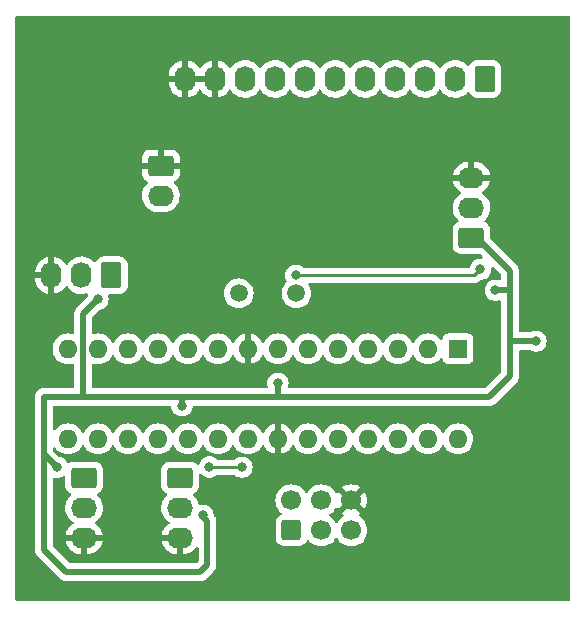
<source format=gbr>
%TF.GenerationSoftware,KiCad,Pcbnew,7.0.7*%
%TF.CreationDate,2023-10-31T12:47:44-05:00*%
%TF.ProjectId,445_project,3434355f-7072-46f6-9a65-63742e6b6963,rev?*%
%TF.SameCoordinates,Original*%
%TF.FileFunction,Copper,L2,Bot*%
%TF.FilePolarity,Positive*%
%FSLAX46Y46*%
G04 Gerber Fmt 4.6, Leading zero omitted, Abs format (unit mm)*
G04 Created by KiCad (PCBNEW 7.0.7) date 2023-10-31 12:47:44*
%MOMM*%
%LPD*%
G01*
G04 APERTURE LIST*
G04 Aperture macros list*
%AMRoundRect*
0 Rectangle with rounded corners*
0 $1 Rounding radius*
0 $2 $3 $4 $5 $6 $7 $8 $9 X,Y pos of 4 corners*
0 Add a 4 corners polygon primitive as box body*
4,1,4,$2,$3,$4,$5,$6,$7,$8,$9,$2,$3,0*
0 Add four circle primitives for the rounded corners*
1,1,$1+$1,$2,$3*
1,1,$1+$1,$4,$5*
1,1,$1+$1,$6,$7*
1,1,$1+$1,$8,$9*
0 Add four rect primitives between the rounded corners*
20,1,$1+$1,$2,$3,$4,$5,0*
20,1,$1+$1,$4,$5,$6,$7,0*
20,1,$1+$1,$6,$7,$8,$9,0*
20,1,$1+$1,$8,$9,$2,$3,0*%
G04 Aperture macros list end*
%TA.AperFunction,ComponentPad*%
%ADD10RoundRect,0.250000X-0.845000X0.620000X-0.845000X-0.620000X0.845000X-0.620000X0.845000X0.620000X0*%
%TD*%
%TA.AperFunction,ComponentPad*%
%ADD11O,2.190000X1.740000*%
%TD*%
%TA.AperFunction,ComponentPad*%
%ADD12RoundRect,0.250000X0.845000X-0.620000X0.845000X0.620000X-0.845000X0.620000X-0.845000X-0.620000X0*%
%TD*%
%TA.AperFunction,ComponentPad*%
%ADD13R,1.600000X1.600000*%
%TD*%
%TA.AperFunction,ComponentPad*%
%ADD14O,1.600000X1.600000*%
%TD*%
%TA.AperFunction,ComponentPad*%
%ADD15C,1.500000*%
%TD*%
%TA.AperFunction,ComponentPad*%
%ADD16RoundRect,0.250000X0.620000X0.845000X-0.620000X0.845000X-0.620000X-0.845000X0.620000X-0.845000X0*%
%TD*%
%TA.AperFunction,ComponentPad*%
%ADD17O,1.740000X2.190000*%
%TD*%
%TA.AperFunction,ComponentPad*%
%ADD18RoundRect,0.250000X0.600000X-0.600000X0.600000X0.600000X-0.600000X0.600000X-0.600000X-0.600000X0*%
%TD*%
%TA.AperFunction,ComponentPad*%
%ADD19C,1.700000*%
%TD*%
%TA.AperFunction,ViaPad*%
%ADD20C,0.800000*%
%TD*%
%TA.AperFunction,Conductor*%
%ADD21C,0.508000*%
%TD*%
%TA.AperFunction,Conductor*%
%ADD22C,0.254000*%
%TD*%
G04 APERTURE END LIST*
D10*
%TO.P,J1,1,Pin_1*%
%TO.N,GND*%
X64389000Y-107950000D03*
D11*
%TO.P,J1,2,Pin_2*%
%TO.N,Net-(J1-Pin_2)*%
X64389000Y-110490000D03*
%TD*%
D12*
%TO.P,POT1,1,Pin_1*%
%TO.N,+5V*%
X90678000Y-114046000D03*
D11*
%TO.P,POT1,2,Pin_2*%
%TO.N,/Vo*%
X90678000Y-111506000D03*
%TO.P,POT1,3,Pin_3*%
%TO.N,GND*%
X90678000Y-108966000D03*
%TD*%
D13*
%TO.P,U1,1,~{RESET}/PC6*%
%TO.N,/RST*%
X89535000Y-123444000D03*
D14*
%TO.P,U1,2,PD0*%
%TO.N,/E*%
X86995000Y-123444000D03*
%TO.P,U1,3,PD1*%
%TO.N,/RW*%
X84455000Y-123444000D03*
%TO.P,U1,4,PD2*%
%TO.N,/RS*%
X81915000Y-123444000D03*
%TO.P,U1,5,PD3*%
%TO.N,unconnected-(U1-PD3-Pad5)*%
X79375000Y-123444000D03*
%TO.P,U1,6,PD4*%
%TO.N,/DB4*%
X76835000Y-123444000D03*
%TO.P,U1,7,VCC*%
%TO.N,+5V*%
X74295000Y-123444000D03*
%TO.P,U1,8,GND*%
%TO.N,GND*%
X71755000Y-123444000D03*
%TO.P,U1,9,XTAL1/PB6*%
%TO.N,Net-(U1-XTAL1{slash}PB6)*%
X69215000Y-123444000D03*
%TO.P,U1,10,XTAL2/PB7*%
%TO.N,Net-(U1-XTAL2{slash}PB7)*%
X66675000Y-123444000D03*
%TO.P,U1,11,PD5*%
%TO.N,/DB5*%
X64135000Y-123444000D03*
%TO.P,U1,12,PD6*%
%TO.N,/DB6*%
X61595000Y-123444000D03*
%TO.P,U1,13,PD7*%
%TO.N,/DB7*%
X59055000Y-123444000D03*
%TO.P,U1,14,PB0*%
%TO.N,/D1*%
X56515000Y-123444000D03*
%TO.P,U1,15,PB1*%
%TO.N,/D2*%
X56515000Y-131064000D03*
%TO.P,U1,16,PB2*%
%TO.N,/D3*%
X59055000Y-131064000D03*
%TO.P,U1,17,PB3*%
%TO.N,/MOSI*%
X61595000Y-131064000D03*
%TO.P,U1,18,PB4*%
%TO.N,/MISO*%
X64135000Y-131064000D03*
%TO.P,U1,19,PB5*%
%TO.N,/SCK*%
X66675000Y-131064000D03*
%TO.P,U1,20,AVCC*%
%TO.N,+5V*%
X69215000Y-131064000D03*
%TO.P,U1,21,AREF*%
%TO.N,unconnected-(U1-AREF-Pad21)*%
X71755000Y-131064000D03*
%TO.P,U1,22,GND*%
%TO.N,GND*%
X74295000Y-131064000D03*
%TO.P,U1,23,PC0*%
%TO.N,unconnected-(U1-PC0-Pad23)*%
X76835000Y-131064000D03*
%TO.P,U1,24,PC1*%
%TO.N,unconnected-(U1-PC1-Pad24)*%
X79375000Y-131064000D03*
%TO.P,U1,25,PC2*%
%TO.N,unconnected-(U1-PC2-Pad25)*%
X81915000Y-131064000D03*
%TO.P,U1,26,PC3*%
%TO.N,unconnected-(U1-PC3-Pad26)*%
X84455000Y-131064000D03*
%TO.P,U1,27,PC4*%
%TO.N,unconnected-(U1-PC4-Pad27)*%
X86995000Y-131064000D03*
%TO.P,U1,28,PC5*%
%TO.N,unconnected-(U1-PC5-Pad28)*%
X89535000Y-131064000D03*
%TD*%
D15*
%TO.P,Y1,2,2*%
%TO.N,Net-(U1-XTAL2{slash}PB7)*%
X70976000Y-118745000D03*
%TO.P,Y1,1,1*%
%TO.N,Net-(U1-XTAL1{slash}PB6)*%
X75856000Y-118745000D03*
%TD*%
D10*
%TO.P,RX_2,1,Pin_1*%
%TO.N,+5V*%
X57892000Y-134366000D03*
D11*
%TO.P,RX_2,2,Pin_2*%
%TO.N,/D2*%
X57892000Y-136906000D03*
%TO.P,RX_2,3,Pin_3*%
%TO.N,GND*%
X57892000Y-139446000D03*
%TD*%
D10*
%TO.P,RX_3,1,Pin_1*%
%TO.N,+5V*%
X66020000Y-134366000D03*
D11*
%TO.P,RX_3,2,Pin_2*%
%TO.N,/D3*%
X66020000Y-136906000D03*
%TO.P,RX_3,3,Pin_3*%
%TO.N,GND*%
X66020000Y-139446000D03*
%TD*%
D16*
%TO.P,RX_1,1,Pin_1*%
%TO.N,+5V*%
X60198000Y-117221000D03*
D17*
%TO.P,RX_1,2,Pin_2*%
%TO.N,/D1*%
X57658000Y-117221000D03*
%TO.P,RX_1,3,Pin_3*%
%TO.N,GND*%
X55118000Y-117221000D03*
%TD*%
D18*
%TO.P,J2,1,MISO*%
%TO.N,/MISO*%
X75438000Y-138811000D03*
D19*
%TO.P,J2,2,VCC*%
%TO.N,Net-(D1-A)*%
X75438000Y-136271000D03*
%TO.P,J2,3,SCK*%
%TO.N,/SCK*%
X77978000Y-138811000D03*
%TO.P,J2,4,MOSI*%
%TO.N,/MOSI*%
X77978000Y-136271000D03*
%TO.P,J2,5,~{RST}*%
%TO.N,/RST*%
X80518000Y-138811000D03*
%TO.P,J2,6,GND*%
%TO.N,GND*%
X80518000Y-136271000D03*
%TD*%
D16*
%TO.P,LCD1,1,Pin_1*%
%TO.N,+5V*%
X91821000Y-100584000D03*
D17*
%TO.P,LCD1,2,Pin_2*%
X89281000Y-100584000D03*
%TO.P,LCD1,3,Pin_3*%
%TO.N,/E*%
X86741000Y-100584000D03*
%TO.P,LCD1,4,Pin_4*%
%TO.N,/RW*%
X84201000Y-100584000D03*
%TO.P,LCD1,5,Pin_5*%
%TO.N,/RS*%
X81661000Y-100584000D03*
%TO.P,LCD1,6,Pin_6*%
%TO.N,/DB4*%
X79121000Y-100584000D03*
%TO.P,LCD1,7,Pin_7*%
%TO.N,/DB5*%
X76581000Y-100584000D03*
%TO.P,LCD1,8,Pin_8*%
%TO.N,/DB6*%
X74041000Y-100584000D03*
%TO.P,LCD1,9,Pin_9*%
%TO.N,/DB7*%
X71501000Y-100584000D03*
%TO.P,LCD1,10,Pin_10*%
%TO.N,GND*%
X68961000Y-100584000D03*
%TO.P,LCD1,11,Pin_11*%
X66421000Y-100584000D03*
%TD*%
D20*
%TO.N,+5V*%
X92710000Y-118491000D03*
X96139000Y-122809000D03*
X67945000Y-137541000D03*
X74295000Y-126365000D03*
X59055000Y-119253000D03*
X66167000Y-128270000D03*
X55626000Y-133477000D03*
%TO.N,/SCK*%
X71247000Y-133477000D03*
X68487304Y-133442696D03*
%TO.N,Net-(U1-XTAL1{slash}PB6)*%
X75819000Y-117221000D03*
X91440000Y-116713000D03*
%TD*%
D21*
%TO.N,+5V*%
X74295000Y-127381000D02*
X74422000Y-127508000D01*
X74295000Y-126365000D02*
X74295000Y-127381000D01*
X93945000Y-118491000D02*
X92710000Y-118491000D01*
X93945000Y-122809000D02*
X93945000Y-118491000D01*
X93945000Y-118491000D02*
X93945000Y-116867261D01*
D22*
%TO.N,Net-(U1-XTAL1{slash}PB6)*%
X90932000Y-117221000D02*
X75819000Y-117221000D01*
X91440000Y-116713000D02*
X90932000Y-117221000D01*
D21*
%TO.N,+5V*%
X93945000Y-122809000D02*
X96139000Y-122809000D01*
X93945000Y-125765000D02*
X93945000Y-122809000D01*
X91123739Y-114046000D02*
X90678000Y-114046000D01*
X93945000Y-116867261D02*
X91123739Y-114046000D01*
X92202000Y-127508000D02*
X93945000Y-125765000D01*
X74422000Y-127508000D02*
X92202000Y-127508000D01*
X67945000Y-137668000D02*
X67945000Y-137541000D01*
X68326000Y-138049000D02*
X67945000Y-137668000D01*
X67691000Y-142367000D02*
X68326000Y-141732000D01*
X56388000Y-142367000D02*
X67691000Y-142367000D01*
X54483000Y-140462000D02*
X56388000Y-142367000D01*
X68326000Y-141732000D02*
X68326000Y-138049000D01*
X54483000Y-132334000D02*
X54483000Y-140462000D01*
X66167000Y-127508000D02*
X74422000Y-127508000D01*
X57801000Y-120507000D02*
X57801000Y-127492000D01*
X59055000Y-119253000D02*
X57801000Y-120507000D01*
X57785000Y-127508000D02*
X66167000Y-127508000D01*
X54483000Y-127508000D02*
X57785000Y-127508000D01*
X57801000Y-127492000D02*
X57785000Y-127508000D01*
X66167000Y-128270000D02*
X66167000Y-127508000D01*
X54483000Y-132334000D02*
X54483000Y-127508000D01*
X55626000Y-133477000D02*
X54483000Y-132334000D01*
D22*
%TO.N,/SCK*%
X68521608Y-133477000D02*
X68487304Y-133442696D01*
X71247000Y-133477000D02*
X68521608Y-133477000D01*
%TD*%
%TA.AperFunction,Conductor*%
%TO.N,GND*%
G36*
X80040064Y-136497894D02*
G01*
X80095998Y-136539765D01*
X80101039Y-136547025D01*
X80101048Y-136547039D01*
X80136239Y-136601798D01*
X80251602Y-136701759D01*
X80249293Y-136704422D01*
X80284006Y-136744499D01*
X80293935Y-136813660D01*
X80264898Y-136877210D01*
X80258882Y-136883669D01*
X79756625Y-137385925D01*
X79832594Y-137439119D01*
X79876219Y-137493696D01*
X79883413Y-137563194D01*
X79851890Y-137625549D01*
X79832595Y-137642269D01*
X79646594Y-137772508D01*
X79479508Y-137939594D01*
X79349574Y-138125159D01*
X79294997Y-138168784D01*
X79225498Y-138175976D01*
X79163144Y-138144454D01*
X79146424Y-138125158D01*
X79137905Y-138112992D01*
X79090702Y-138045578D01*
X79016494Y-137939597D01*
X78849402Y-137772506D01*
X78849396Y-137772501D01*
X78663842Y-137642575D01*
X78620217Y-137587998D01*
X78613023Y-137518500D01*
X78644546Y-137456145D01*
X78663842Y-137439425D01*
X78764683Y-137368815D01*
X78849401Y-137309495D01*
X79016495Y-137142401D01*
X79146732Y-136956403D01*
X79201307Y-136912780D01*
X79270805Y-136905586D01*
X79333160Y-136937109D01*
X79349880Y-136956405D01*
X79403073Y-137032373D01*
X79909050Y-136526395D01*
X79970373Y-136492910D01*
X80040064Y-136497894D01*
G37*
%TD.AperFunction*%
%TA.AperFunction,Conductor*%
G36*
X68319423Y-100353685D02*
G01*
X68365178Y-100406489D01*
X68375323Y-100474185D01*
X68360866Y-100583998D01*
X68360866Y-100584001D01*
X68375323Y-100693815D01*
X68364557Y-100762850D01*
X68318177Y-100815106D01*
X68252384Y-100834000D01*
X67129616Y-100834000D01*
X67062577Y-100814315D01*
X67016822Y-100761511D01*
X67006677Y-100693815D01*
X67021134Y-100584001D01*
X67021134Y-100583998D01*
X67006677Y-100474185D01*
X67017443Y-100405150D01*
X67063823Y-100352894D01*
X67129616Y-100334000D01*
X68252384Y-100334000D01*
X68319423Y-100353685D01*
G37*
%TD.AperFunction*%
%TA.AperFunction,Conductor*%
G36*
X99002539Y-95270185D02*
G01*
X99048294Y-95322989D01*
X99059500Y-95374500D01*
X99059500Y-144655500D01*
X99039815Y-144722539D01*
X98987011Y-144768294D01*
X98935500Y-144779500D01*
X52194500Y-144779500D01*
X52127461Y-144759815D01*
X52081706Y-144707011D01*
X52070500Y-144655500D01*
X52070500Y-140439909D01*
X53723684Y-140439909D01*
X53728264Y-140492241D01*
X53728500Y-140497648D01*
X53728500Y-140505946D01*
X53732325Y-140538674D01*
X53739056Y-140615610D01*
X53740516Y-140622677D01*
X53740464Y-140622687D01*
X53742123Y-140630167D01*
X53742174Y-140630155D01*
X53743839Y-140637180D01*
X53743839Y-140637182D01*
X53743840Y-140637184D01*
X53758522Y-140677525D01*
X53770247Y-140709740D01*
X53794535Y-140783034D01*
X53797586Y-140789575D01*
X53797536Y-140789598D01*
X53800876Y-140796497D01*
X53800925Y-140796473D01*
X53804162Y-140802920D01*
X53804164Y-140802924D01*
X53812764Y-140816000D01*
X53846599Y-140867444D01*
X53887131Y-140933156D01*
X53891611Y-140938822D01*
X53891569Y-140938855D01*
X53896401Y-140944786D01*
X53896443Y-140944752D01*
X53901081Y-140950280D01*
X53901085Y-140950285D01*
X53929165Y-140976777D01*
X53957247Y-141003272D01*
X55809234Y-142855258D01*
X55821015Y-142868890D01*
X55835461Y-142888294D01*
X55875715Y-142922071D01*
X55879687Y-142925711D01*
X55885559Y-142931583D01*
X55911415Y-142952027D01*
X55970572Y-143001667D01*
X55976609Y-143005637D01*
X55976579Y-143005682D01*
X55983038Y-143009796D01*
X55983067Y-143009750D01*
X55989206Y-143013537D01*
X55989209Y-143013539D01*
X56059191Y-143046172D01*
X56128189Y-143080824D01*
X56128194Y-143080825D01*
X56134979Y-143083295D01*
X56134960Y-143083347D01*
X56142185Y-143085858D01*
X56142203Y-143085807D01*
X56149062Y-143088080D01*
X56181219Y-143094719D01*
X56224689Y-143103695D01*
X56299812Y-143121500D01*
X56299815Y-143121500D01*
X56306986Y-143122339D01*
X56306979Y-143122392D01*
X56314594Y-143123170D01*
X56314599Y-143123117D01*
X56321789Y-143123746D01*
X56321793Y-143123745D01*
X56321794Y-143123746D01*
X56398982Y-143121500D01*
X67627000Y-143121500D01*
X67644969Y-143122809D01*
X67650350Y-143123596D01*
X67668906Y-143126315D01*
X67721248Y-143121735D01*
X67726649Y-143121500D01*
X67734934Y-143121500D01*
X67734941Y-143121500D01*
X67767674Y-143117674D01*
X67844612Y-143110943D01*
X67844615Y-143110941D01*
X67851693Y-143109481D01*
X67851704Y-143109535D01*
X67859163Y-143107881D01*
X67859151Y-143107827D01*
X67866178Y-143106160D01*
X67866184Y-143106160D01*
X67922103Y-143085807D01*
X67938740Y-143079752D01*
X68012034Y-143055465D01*
X68018581Y-143052412D01*
X68018604Y-143052462D01*
X68025498Y-143049125D01*
X68025473Y-143049075D01*
X68031916Y-143045838D01*
X68031924Y-143045836D01*
X68081030Y-143013538D01*
X68096443Y-143003401D01*
X68126051Y-142985138D01*
X68162154Y-142962870D01*
X68162159Y-142962864D01*
X68167823Y-142958387D01*
X68167857Y-142958430D01*
X68173782Y-142953604D01*
X68173747Y-142953562D01*
X68179283Y-142948916D01*
X68179282Y-142948916D01*
X68179285Y-142948915D01*
X68232271Y-142892752D01*
X68814264Y-142310758D01*
X68827883Y-142298988D01*
X68847294Y-142284539D01*
X68881075Y-142244279D01*
X68884709Y-142240313D01*
X68890583Y-142234441D01*
X68911027Y-142208584D01*
X68960667Y-142149427D01*
X68960669Y-142149422D01*
X68964637Y-142143390D01*
X68964683Y-142143420D01*
X68968795Y-142136965D01*
X68968748Y-142136936D01*
X68972532Y-142130799D01*
X68972539Y-142130791D01*
X69005172Y-142060808D01*
X69039824Y-141991811D01*
X69039826Y-141991799D01*
X69042293Y-141985024D01*
X69042346Y-141985043D01*
X69044858Y-141977815D01*
X69044807Y-141977798D01*
X69047077Y-141970945D01*
X69047077Y-141970943D01*
X69047079Y-141970940D01*
X69062695Y-141895310D01*
X69080500Y-141820188D01*
X69080500Y-141820183D01*
X69081338Y-141813015D01*
X69081392Y-141813021D01*
X69082170Y-141805405D01*
X69082117Y-141805401D01*
X69082746Y-141798210D01*
X69080500Y-141721018D01*
X69080500Y-138112992D01*
X69081809Y-138095022D01*
X69085002Y-138073221D01*
X69085314Y-138071093D01*
X69085076Y-138068376D01*
X69080736Y-138018764D01*
X69080500Y-138013358D01*
X69080500Y-138005065D01*
X69080500Y-138005059D01*
X69076672Y-137972312D01*
X69069943Y-137895388D01*
X69069941Y-137895384D01*
X69068483Y-137888318D01*
X69068537Y-137888306D01*
X69066881Y-137880837D01*
X69066827Y-137880850D01*
X69065160Y-137873822D01*
X69065160Y-137873816D01*
X69038752Y-137801260D01*
X69014464Y-137727964D01*
X69014461Y-137727960D01*
X69011412Y-137721419D01*
X69011461Y-137721395D01*
X69008128Y-137714509D01*
X69008079Y-137714534D01*
X69004835Y-137708075D01*
X68962400Y-137643555D01*
X68921872Y-137577849D01*
X68917392Y-137572183D01*
X68917434Y-137572149D01*
X68912597Y-137566211D01*
X68912556Y-137566246D01*
X68907912Y-137560712D01*
X68879860Y-137534246D01*
X68844605Y-137473923D01*
X68841632Y-137457011D01*
X68841456Y-137455341D01*
X68830674Y-137352744D01*
X68772179Y-137172716D01*
X68677533Y-137008784D01*
X68550871Y-136868112D01*
X68522672Y-136847624D01*
X68397734Y-136756851D01*
X68397729Y-136756848D01*
X68224807Y-136679857D01*
X68224802Y-136679855D01*
X68079000Y-136648865D01*
X68039646Y-136640500D01*
X67850354Y-136640500D01*
X67722109Y-136667759D01*
X67652441Y-136662443D01*
X67596708Y-136620306D01*
X67575111Y-136572592D01*
X67560164Y-136503235D01*
X67560162Y-136503230D01*
X67515927Y-136393147D01*
X67473179Y-136286765D01*
X67463472Y-136271000D01*
X74082341Y-136271000D01*
X74102936Y-136506403D01*
X74102938Y-136506413D01*
X74164094Y-136734655D01*
X74164096Y-136734659D01*
X74164097Y-136734663D01*
X74230568Y-136877210D01*
X74263965Y-136948830D01*
X74263967Y-136948834D01*
X74322462Y-137032373D01*
X74399505Y-137142401D01*
X74566599Y-137309495D01*
X74566604Y-137309499D01*
X74567968Y-137310643D01*
X74568407Y-137311303D01*
X74570427Y-137313323D01*
X74570021Y-137313728D01*
X74606669Y-137368815D01*
X74607776Y-137438676D01*
X74570937Y-137498046D01*
X74527267Y-137523336D01*
X74518669Y-137526184D01*
X74518663Y-137526187D01*
X74369342Y-137618289D01*
X74245289Y-137742342D01*
X74153187Y-137891663D01*
X74153185Y-137891668D01*
X74125349Y-137975670D01*
X74098001Y-138058203D01*
X74098001Y-138058204D01*
X74098000Y-138058204D01*
X74087500Y-138160983D01*
X74087500Y-139461001D01*
X74087501Y-139461018D01*
X74098000Y-139563796D01*
X74098001Y-139563799D01*
X74137303Y-139682402D01*
X74153186Y-139730334D01*
X74245288Y-139879656D01*
X74369344Y-140003712D01*
X74518666Y-140095814D01*
X74685203Y-140150999D01*
X74787991Y-140161500D01*
X76088008Y-140161499D01*
X76190797Y-140150999D01*
X76357334Y-140095814D01*
X76506656Y-140003712D01*
X76630712Y-139879656D01*
X76722814Y-139730334D01*
X76725662Y-139721738D01*
X76765429Y-139664294D01*
X76829944Y-139637468D01*
X76898720Y-139649779D01*
X76935483Y-139678766D01*
X76935677Y-139678573D01*
X76937313Y-139680209D01*
X76938354Y-139681030D01*
X76939501Y-139682397D01*
X76939504Y-139682400D01*
X76939505Y-139682401D01*
X77106599Y-139849495D01*
X77149675Y-139879657D01*
X77300165Y-139985032D01*
X77300167Y-139985033D01*
X77300170Y-139985035D01*
X77514337Y-140084903D01*
X77514343Y-140084904D01*
X77514344Y-140084905D01*
X77555050Y-140095812D01*
X77742592Y-140146063D01*
X77919034Y-140161500D01*
X77977999Y-140166659D01*
X77978000Y-140166659D01*
X77978001Y-140166659D01*
X78036966Y-140161500D01*
X78213408Y-140146063D01*
X78441663Y-140084903D01*
X78655830Y-139985035D01*
X78849401Y-139849495D01*
X79016495Y-139682401D01*
X79146426Y-139496840D01*
X79201001Y-139453217D01*
X79270499Y-139446023D01*
X79332854Y-139477546D01*
X79349574Y-139496841D01*
X79479505Y-139682401D01*
X79646599Y-139849495D01*
X79689675Y-139879657D01*
X79840165Y-139985032D01*
X79840167Y-139985033D01*
X79840170Y-139985035D01*
X80054337Y-140084903D01*
X80054343Y-140084904D01*
X80054344Y-140084905D01*
X80095050Y-140095812D01*
X80282592Y-140146063D01*
X80459034Y-140161500D01*
X80517999Y-140166659D01*
X80518000Y-140166659D01*
X80518001Y-140166659D01*
X80576966Y-140161500D01*
X80753408Y-140146063D01*
X80981663Y-140084903D01*
X81195830Y-139985035D01*
X81389401Y-139849495D01*
X81556495Y-139682401D01*
X81692035Y-139488830D01*
X81791903Y-139274663D01*
X81853063Y-139046408D01*
X81873659Y-138811000D01*
X81853063Y-138575592D01*
X81791903Y-138347337D01*
X81692035Y-138133171D01*
X81686425Y-138125158D01*
X81556494Y-137939597D01*
X81389402Y-137772506D01*
X81389401Y-137772505D01*
X81221844Y-137655180D01*
X81203405Y-137642269D01*
X81159781Y-137587692D01*
X81152588Y-137518193D01*
X81184110Y-137455839D01*
X81203405Y-137439119D01*
X81279373Y-137385925D01*
X80777116Y-136883669D01*
X80743631Y-136822346D01*
X80748615Y-136752655D01*
X80785640Y-136703193D01*
X80784398Y-136701759D01*
X80791100Y-136695952D01*
X80899761Y-136601798D01*
X80934954Y-136547037D01*
X80987755Y-136501283D01*
X81056914Y-136491339D01*
X81120470Y-136520363D01*
X81126949Y-136526396D01*
X81632925Y-137032373D01*
X81632926Y-137032373D01*
X81691598Y-136948582D01*
X81691600Y-136948578D01*
X81791429Y-136734492D01*
X81791433Y-136734483D01*
X81852567Y-136506326D01*
X81852569Y-136506315D01*
X81873157Y-136271001D01*
X81873157Y-136270998D01*
X81852569Y-136035684D01*
X81852567Y-136035673D01*
X81791433Y-135807516D01*
X81791429Y-135807507D01*
X81691600Y-135593423D01*
X81691599Y-135593421D01*
X81632925Y-135509626D01*
X81632925Y-135509625D01*
X81126949Y-136015602D01*
X81065626Y-136049087D01*
X80995934Y-136044103D01*
X80940001Y-136002231D01*
X80934953Y-135994961D01*
X80899761Y-135940202D01*
X80784398Y-135840241D01*
X80786708Y-135837574D01*
X80752005Y-135797528D01*
X80742058Y-135728370D01*
X80771080Y-135664813D01*
X80777116Y-135658330D01*
X81279373Y-135156073D01*
X81279373Y-135156072D01*
X81195583Y-135097402D01*
X81195579Y-135097400D01*
X80981492Y-134997570D01*
X80981483Y-134997566D01*
X80753326Y-134936432D01*
X80753315Y-134936430D01*
X80518002Y-134915843D01*
X80517998Y-134915843D01*
X80282684Y-134936430D01*
X80282673Y-134936432D01*
X80054516Y-134997566D01*
X80054507Y-134997570D01*
X79840419Y-135097401D01*
X79756625Y-135156072D01*
X80258883Y-135658330D01*
X80292368Y-135719653D01*
X80287384Y-135789345D01*
X80250357Y-135838805D01*
X80251602Y-135840241D01*
X80136238Y-135940202D01*
X80101046Y-135994962D01*
X80048242Y-136040717D01*
X79979083Y-136050660D01*
X79915528Y-136021634D01*
X79909050Y-136015603D01*
X79403073Y-135509626D01*
X79349881Y-135585594D01*
X79295304Y-135629219D01*
X79225806Y-135636413D01*
X79163451Y-135604891D01*
X79146730Y-135585594D01*
X79016494Y-135399597D01*
X78849402Y-135232506D01*
X78849395Y-135232501D01*
X78655834Y-135096967D01*
X78655830Y-135096965D01*
X78525131Y-135036019D01*
X78441663Y-134997097D01*
X78441659Y-134997096D01*
X78441655Y-134997094D01*
X78213413Y-134935938D01*
X78213403Y-134935936D01*
X77978001Y-134915341D01*
X77977999Y-134915341D01*
X77742596Y-134935936D01*
X77742586Y-134935938D01*
X77514344Y-134997094D01*
X77514335Y-134997098D01*
X77300171Y-135096964D01*
X77300169Y-135096965D01*
X77106597Y-135232505D01*
X76939508Y-135399594D01*
X76809574Y-135585160D01*
X76754997Y-135628784D01*
X76685498Y-135635977D01*
X76623144Y-135604455D01*
X76606429Y-135585164D01*
X76476495Y-135399599D01*
X76476493Y-135399596D01*
X76309402Y-135232506D01*
X76309395Y-135232501D01*
X76115834Y-135096967D01*
X76115830Y-135096965D01*
X75985131Y-135036019D01*
X75901663Y-134997097D01*
X75901659Y-134997096D01*
X75901655Y-134997094D01*
X75673413Y-134935938D01*
X75673403Y-134935936D01*
X75438001Y-134915341D01*
X75437999Y-134915341D01*
X75202596Y-134935936D01*
X75202586Y-134935938D01*
X74974344Y-134997094D01*
X74974335Y-134997098D01*
X74760171Y-135096964D01*
X74760169Y-135096965D01*
X74566597Y-135232505D01*
X74399505Y-135399597D01*
X74263965Y-135593169D01*
X74263964Y-135593171D01*
X74164098Y-135807335D01*
X74164094Y-135807344D01*
X74102938Y-136035586D01*
X74102936Y-136035596D01*
X74082341Y-136270999D01*
X74082341Y-136271000D01*
X67463472Y-136271000D01*
X67350862Y-136088109D01*
X67196731Y-135912982D01*
X67196729Y-135912980D01*
X67196726Y-135912977D01*
X67156708Y-135880665D01*
X67116915Y-135823235D01*
X67114488Y-135753407D01*
X67150199Y-135693353D01*
X67182215Y-135671801D01*
X67184326Y-135670816D01*
X67184334Y-135670814D01*
X67333656Y-135578712D01*
X67457712Y-135454656D01*
X67549814Y-135305334D01*
X67604999Y-135138797D01*
X67615500Y-135036009D01*
X67615499Y-134143263D01*
X67635183Y-134076226D01*
X67687987Y-134030471D01*
X67757146Y-134020527D01*
X67820702Y-134049552D01*
X67831649Y-134060293D01*
X67881433Y-134115584D01*
X68034569Y-134226844D01*
X68034574Y-134226847D01*
X68207496Y-134303838D01*
X68207501Y-134303840D01*
X68392658Y-134343196D01*
X68392659Y-134343196D01*
X68581948Y-134343196D01*
X68581950Y-134343196D01*
X68767107Y-134303840D01*
X68940034Y-134226847D01*
X69045953Y-134149893D01*
X69075836Y-134128182D01*
X69141642Y-134104702D01*
X69148721Y-134104500D01*
X70545053Y-134104500D01*
X70612092Y-134124185D01*
X70637199Y-134145523D01*
X70641129Y-134149888D01*
X70641132Y-134149891D01*
X70641135Y-134149893D01*
X70794265Y-134261148D01*
X70794270Y-134261151D01*
X70967192Y-134338142D01*
X70967197Y-134338144D01*
X71152354Y-134377500D01*
X71152355Y-134377500D01*
X71341644Y-134377500D01*
X71341646Y-134377500D01*
X71526803Y-134338144D01*
X71699730Y-134261151D01*
X71852871Y-134149888D01*
X71979533Y-134009216D01*
X72074179Y-133845284D01*
X72132674Y-133665256D01*
X72152460Y-133477000D01*
X72132674Y-133288744D01*
X72074179Y-133108716D01*
X71979533Y-132944784D01*
X71852871Y-132804112D01*
X71852870Y-132804111D01*
X71699734Y-132692851D01*
X71699729Y-132692848D01*
X71526807Y-132615857D01*
X71526802Y-132615855D01*
X71381000Y-132584865D01*
X71341646Y-132576500D01*
X71152354Y-132576500D01*
X71119897Y-132583398D01*
X70967197Y-132615855D01*
X70967192Y-132615857D01*
X70794270Y-132692848D01*
X70794265Y-132692851D01*
X70641135Y-132804106D01*
X70641132Y-132804108D01*
X70639175Y-132806281D01*
X70637200Y-132808474D01*
X70577714Y-132845121D01*
X70545053Y-132849500D01*
X69220139Y-132849500D01*
X69153100Y-132829815D01*
X69127989Y-132808472D01*
X69093180Y-132769812D01*
X69093173Y-132769806D01*
X68940038Y-132658547D01*
X68940033Y-132658544D01*
X68767111Y-132581553D01*
X68767106Y-132581551D01*
X68621305Y-132550561D01*
X68581950Y-132542196D01*
X68392658Y-132542196D01*
X68360201Y-132549094D01*
X68207501Y-132581551D01*
X68207496Y-132581553D01*
X68034574Y-132658544D01*
X68034569Y-132658547D01*
X67881433Y-132769807D01*
X67754770Y-132910481D01*
X67660125Y-133074411D01*
X67660123Y-133074415D01*
X67623248Y-133187906D01*
X67583810Y-133245581D01*
X67519451Y-133272779D01*
X67450605Y-133260864D01*
X67417636Y-133237268D01*
X67333657Y-133153289D01*
X67333656Y-133153288D01*
X67205777Y-133074412D01*
X67184336Y-133061187D01*
X67184331Y-133061185D01*
X67182862Y-133060698D01*
X67017797Y-133006001D01*
X67017795Y-133006000D01*
X66915010Y-132995500D01*
X65124998Y-132995500D01*
X65124981Y-132995501D01*
X65022203Y-133006000D01*
X65022200Y-133006001D01*
X64855668Y-133061185D01*
X64855663Y-133061187D01*
X64706342Y-133153289D01*
X64582289Y-133277342D01*
X64490187Y-133426663D01*
X64490185Y-133426666D01*
X64490186Y-133426666D01*
X64435001Y-133593203D01*
X64435001Y-133593204D01*
X64435000Y-133593204D01*
X64424500Y-133695983D01*
X64424500Y-135036001D01*
X64424501Y-135036018D01*
X64435000Y-135138796D01*
X64435001Y-135138799D01*
X64466051Y-135232501D01*
X64490186Y-135305334D01*
X64582288Y-135454656D01*
X64706344Y-135578712D01*
X64855666Y-135670814D01*
X64855674Y-135670816D01*
X64857929Y-135671868D01*
X64859224Y-135673008D01*
X64861813Y-135674605D01*
X64861540Y-135675047D01*
X64910372Y-135718036D01*
X64929530Y-135785228D01*
X64909320Y-135852111D01*
X64891335Y-135873777D01*
X64762483Y-135997272D01*
X64762482Y-135997273D01*
X64623762Y-136184834D01*
X64518733Y-136393147D01*
X64518730Y-136393153D01*
X64450416Y-136616223D01*
X64420784Y-136847624D01*
X64430685Y-137080700D01*
X64430686Y-137080709D01*
X64479836Y-137308766D01*
X64479837Y-137308769D01*
X64566058Y-137523336D01*
X64566821Y-137525235D01*
X64689138Y-137723891D01*
X64836800Y-137891668D01*
X64843270Y-137899019D01*
X64843273Y-137899022D01*
X65024773Y-138045573D01*
X65024779Y-138045578D01*
X65065590Y-138068376D01*
X65114517Y-138118256D01*
X65128709Y-138186669D01*
X65103661Y-138251895D01*
X65074553Y-138279365D01*
X64931228Y-138376235D01*
X64762860Y-138537603D01*
X64762859Y-138537604D01*
X64624189Y-138725097D01*
X64519196Y-138933338D01*
X64450906Y-139156329D01*
X64445826Y-139195999D01*
X64445827Y-139196000D01*
X65311384Y-139196000D01*
X65378423Y-139215685D01*
X65424178Y-139268489D01*
X65434323Y-139336185D01*
X65419866Y-139445998D01*
X65419866Y-139446001D01*
X65434323Y-139555815D01*
X65423557Y-139624850D01*
X65377177Y-139677106D01*
X65311384Y-139696000D01*
X64447424Y-139696000D01*
X64480316Y-139848619D01*
X64480316Y-139848620D01*
X64567267Y-140065005D01*
X64689541Y-140263592D01*
X64843617Y-140438656D01*
X64843621Y-140438660D01*
X65025054Y-140585157D01*
X65025060Y-140585161D01*
X65228653Y-140698895D01*
X65448538Y-140776585D01*
X65448546Y-140776587D01*
X65678387Y-140815999D01*
X65678396Y-140816000D01*
X65770000Y-140816000D01*
X65770000Y-140154615D01*
X65789685Y-140087576D01*
X65842489Y-140041821D01*
X65910183Y-140031676D01*
X65981003Y-140041000D01*
X65981010Y-140041000D01*
X66058990Y-140041000D01*
X66058997Y-140041000D01*
X66129816Y-140031676D01*
X66198849Y-140042441D01*
X66251105Y-140088820D01*
X66270000Y-140154615D01*
X66270000Y-140816000D01*
X66303201Y-140816000D01*
X66477363Y-140801177D01*
X66703051Y-140742412D01*
X66915552Y-140646356D01*
X66915560Y-140646351D01*
X67108771Y-140515764D01*
X67277139Y-140354396D01*
X67277140Y-140354395D01*
X67347805Y-140258851D01*
X67403495Y-140216657D01*
X67473156Y-140211269D01*
X67534672Y-140244399D01*
X67568512Y-140305527D01*
X67571500Y-140332586D01*
X67571500Y-141368114D01*
X67551815Y-141435153D01*
X67535181Y-141455795D01*
X67414795Y-141576181D01*
X67353472Y-141609666D01*
X67327114Y-141612500D01*
X56751887Y-141612500D01*
X56684848Y-141592815D01*
X56664206Y-141576181D01*
X55273819Y-140185794D01*
X55240334Y-140124471D01*
X55237500Y-140098113D01*
X55237500Y-134468166D01*
X55257185Y-134401127D01*
X55309989Y-134355372D01*
X55379147Y-134345428D01*
X55387263Y-134346872D01*
X55531354Y-134377500D01*
X55531355Y-134377500D01*
X55720644Y-134377500D01*
X55720646Y-134377500D01*
X55905803Y-134338144D01*
X56078730Y-134261151D01*
X56099614Y-134245977D01*
X56165419Y-134222497D01*
X56233473Y-134238321D01*
X56282169Y-134288426D01*
X56296500Y-134346295D01*
X56296500Y-135036001D01*
X56296501Y-135036019D01*
X56307000Y-135138796D01*
X56307001Y-135138799D01*
X56338051Y-135232501D01*
X56362186Y-135305334D01*
X56454288Y-135454656D01*
X56578344Y-135578712D01*
X56727666Y-135670814D01*
X56727674Y-135670816D01*
X56729929Y-135671868D01*
X56731224Y-135673008D01*
X56733813Y-135674605D01*
X56733540Y-135675047D01*
X56782372Y-135718036D01*
X56801530Y-135785228D01*
X56781320Y-135852111D01*
X56763335Y-135873777D01*
X56634483Y-135997272D01*
X56634482Y-135997273D01*
X56495762Y-136184834D01*
X56390733Y-136393147D01*
X56390730Y-136393153D01*
X56322416Y-136616223D01*
X56292784Y-136847624D01*
X56302685Y-137080700D01*
X56302686Y-137080709D01*
X56351836Y-137308766D01*
X56351837Y-137308769D01*
X56438058Y-137523336D01*
X56438821Y-137525235D01*
X56561138Y-137723891D01*
X56708800Y-137891668D01*
X56715270Y-137899019D01*
X56715273Y-137899022D01*
X56896773Y-138045573D01*
X56896779Y-138045578D01*
X56937590Y-138068376D01*
X56986517Y-138118256D01*
X57000709Y-138186669D01*
X56975661Y-138251895D01*
X56946553Y-138279365D01*
X56803228Y-138376235D01*
X56634860Y-138537603D01*
X56634859Y-138537604D01*
X56496189Y-138725097D01*
X56391196Y-138933338D01*
X56322906Y-139156329D01*
X56317826Y-139195999D01*
X56317827Y-139196000D01*
X57183384Y-139196000D01*
X57250423Y-139215685D01*
X57296178Y-139268489D01*
X57306323Y-139336185D01*
X57291866Y-139445998D01*
X57291866Y-139446001D01*
X57306323Y-139555815D01*
X57295557Y-139624850D01*
X57249177Y-139677106D01*
X57183384Y-139696000D01*
X56319424Y-139696000D01*
X56352316Y-139848619D01*
X56352316Y-139848620D01*
X56439267Y-140065005D01*
X56561541Y-140263592D01*
X56715617Y-140438656D01*
X56715621Y-140438660D01*
X56897054Y-140585157D01*
X56897060Y-140585161D01*
X57100653Y-140698895D01*
X57320538Y-140776585D01*
X57320546Y-140776587D01*
X57550387Y-140815999D01*
X57550396Y-140816000D01*
X57642000Y-140816000D01*
X57642000Y-140154615D01*
X57661685Y-140087576D01*
X57714489Y-140041821D01*
X57782183Y-140031676D01*
X57853003Y-140041000D01*
X57853010Y-140041000D01*
X57930990Y-140041000D01*
X57930997Y-140041000D01*
X58001816Y-140031676D01*
X58070849Y-140042441D01*
X58123105Y-140088820D01*
X58142000Y-140154615D01*
X58142000Y-140816000D01*
X58175201Y-140816000D01*
X58349363Y-140801177D01*
X58575051Y-140742412D01*
X58787552Y-140646356D01*
X58787560Y-140646351D01*
X58980771Y-140515764D01*
X59149139Y-140354396D01*
X59149140Y-140354395D01*
X59287810Y-140166902D01*
X59392803Y-139958661D01*
X59461093Y-139735670D01*
X59466173Y-139696000D01*
X58600616Y-139696000D01*
X58533577Y-139676315D01*
X58487822Y-139623511D01*
X58477677Y-139555815D01*
X58492134Y-139446001D01*
X58492134Y-139445998D01*
X58477677Y-139336185D01*
X58488443Y-139267150D01*
X58534823Y-139214894D01*
X58600616Y-139196000D01*
X59464576Y-139196000D01*
X59464575Y-139195999D01*
X59431683Y-139043380D01*
X59431683Y-139043379D01*
X59344732Y-138826994D01*
X59222458Y-138628407D01*
X59068382Y-138453343D01*
X59068378Y-138453339D01*
X58886945Y-138306842D01*
X58886935Y-138306835D01*
X58846433Y-138284209D01*
X58797507Y-138234329D01*
X58783315Y-138165916D01*
X58808363Y-138100691D01*
X58837469Y-138073222D01*
X58981088Y-137976153D01*
X59149516Y-137814728D01*
X59288240Y-137627161D01*
X59393270Y-137418847D01*
X59461583Y-137195780D01*
X59491216Y-136964376D01*
X59481314Y-136731293D01*
X59432164Y-136503235D01*
X59345179Y-136286765D01*
X59222862Y-136088109D01*
X59068731Y-135912982D01*
X59068729Y-135912980D01*
X59068726Y-135912977D01*
X59028708Y-135880665D01*
X58988915Y-135823235D01*
X58986488Y-135753407D01*
X59022199Y-135693353D01*
X59054215Y-135671801D01*
X59056326Y-135670816D01*
X59056334Y-135670814D01*
X59205656Y-135578712D01*
X59329712Y-135454656D01*
X59421814Y-135305334D01*
X59476999Y-135138797D01*
X59487500Y-135036009D01*
X59487499Y-133695992D01*
X59476999Y-133593203D01*
X59421814Y-133426666D01*
X59329712Y-133277344D01*
X59205656Y-133153288D01*
X59077777Y-133074412D01*
X59056336Y-133061187D01*
X59056331Y-133061185D01*
X59054862Y-133060698D01*
X58889797Y-133006001D01*
X58889795Y-133006000D01*
X58787010Y-132995500D01*
X56996998Y-132995500D01*
X56996981Y-132995501D01*
X56894203Y-133006000D01*
X56894200Y-133006001D01*
X56727668Y-133061185D01*
X56727659Y-133061189D01*
X56613676Y-133131495D01*
X56546284Y-133149935D01*
X56479621Y-133129012D01*
X56441193Y-133087956D01*
X56433375Y-133074415D01*
X56358533Y-132944784D01*
X56231871Y-132804112D01*
X56231870Y-132804111D01*
X56078734Y-132692851D01*
X56078729Y-132692848D01*
X55905807Y-132615857D01*
X55905805Y-132615856D01*
X55847850Y-132603537D01*
X55786369Y-132570343D01*
X55785952Y-132569928D01*
X55527930Y-132311906D01*
X55273816Y-132057791D01*
X55240333Y-131996471D01*
X55237499Y-131970122D01*
X55237500Y-131900167D01*
X55257184Y-131833132D01*
X55309988Y-131787377D01*
X55379146Y-131777433D01*
X55442702Y-131806458D01*
X55463074Y-131829048D01*
X55514954Y-131903141D01*
X55675858Y-132064045D01*
X55675861Y-132064047D01*
X55862266Y-132194568D01*
X56068504Y-132290739D01*
X56288308Y-132349635D01*
X56450230Y-132363801D01*
X56514998Y-132369468D01*
X56515000Y-132369468D01*
X56515002Y-132369468D01*
X56574722Y-132364243D01*
X56741692Y-132349635D01*
X56961496Y-132290739D01*
X57167734Y-132194568D01*
X57354139Y-132064047D01*
X57515047Y-131903139D01*
X57645568Y-131716734D01*
X57672618Y-131658724D01*
X57718790Y-131606285D01*
X57785983Y-131587133D01*
X57852865Y-131607348D01*
X57897382Y-131658725D01*
X57924429Y-131716728D01*
X57924432Y-131716734D01*
X58054954Y-131903141D01*
X58215858Y-132064045D01*
X58215861Y-132064047D01*
X58402266Y-132194568D01*
X58608504Y-132290739D01*
X58828308Y-132349635D01*
X58990230Y-132363801D01*
X59054998Y-132369468D01*
X59055000Y-132369468D01*
X59055002Y-132369468D01*
X59114722Y-132364243D01*
X59281692Y-132349635D01*
X59501496Y-132290739D01*
X59707734Y-132194568D01*
X59894139Y-132064047D01*
X60055047Y-131903139D01*
X60185568Y-131716734D01*
X60212618Y-131658724D01*
X60258790Y-131606285D01*
X60325983Y-131587133D01*
X60392865Y-131607348D01*
X60437382Y-131658725D01*
X60464429Y-131716728D01*
X60464432Y-131716734D01*
X60594954Y-131903141D01*
X60755858Y-132064045D01*
X60755861Y-132064047D01*
X60942266Y-132194568D01*
X61148504Y-132290739D01*
X61368308Y-132349635D01*
X61530230Y-132363801D01*
X61594998Y-132369468D01*
X61595000Y-132369468D01*
X61595002Y-132369468D01*
X61654722Y-132364243D01*
X61821692Y-132349635D01*
X62041496Y-132290739D01*
X62247734Y-132194568D01*
X62434139Y-132064047D01*
X62595047Y-131903139D01*
X62725568Y-131716734D01*
X62752618Y-131658724D01*
X62798790Y-131606285D01*
X62865983Y-131587133D01*
X62932865Y-131607348D01*
X62977382Y-131658725D01*
X63004429Y-131716728D01*
X63004432Y-131716734D01*
X63134954Y-131903141D01*
X63295858Y-132064045D01*
X63295861Y-132064047D01*
X63482266Y-132194568D01*
X63688504Y-132290739D01*
X63908308Y-132349635D01*
X64070230Y-132363801D01*
X64134998Y-132369468D01*
X64135000Y-132369468D01*
X64135002Y-132369468D01*
X64194722Y-132364243D01*
X64361692Y-132349635D01*
X64581496Y-132290739D01*
X64787734Y-132194568D01*
X64974139Y-132064047D01*
X65135047Y-131903139D01*
X65265568Y-131716734D01*
X65292618Y-131658724D01*
X65338790Y-131606285D01*
X65405983Y-131587133D01*
X65472865Y-131607348D01*
X65517382Y-131658725D01*
X65544429Y-131716728D01*
X65544432Y-131716734D01*
X65674954Y-131903141D01*
X65835858Y-132064045D01*
X65835861Y-132064047D01*
X66022266Y-132194568D01*
X66228504Y-132290739D01*
X66448308Y-132349635D01*
X66610230Y-132363801D01*
X66674998Y-132369468D01*
X66675000Y-132369468D01*
X66675002Y-132369468D01*
X66734722Y-132364243D01*
X66901692Y-132349635D01*
X67121496Y-132290739D01*
X67327734Y-132194568D01*
X67514139Y-132064047D01*
X67675047Y-131903139D01*
X67805568Y-131716734D01*
X67832618Y-131658724D01*
X67878790Y-131606285D01*
X67945983Y-131587133D01*
X68012865Y-131607348D01*
X68057382Y-131658725D01*
X68084429Y-131716728D01*
X68084432Y-131716734D01*
X68214954Y-131903141D01*
X68375858Y-132064045D01*
X68375861Y-132064047D01*
X68562266Y-132194568D01*
X68768504Y-132290739D01*
X68988308Y-132349635D01*
X69150230Y-132363801D01*
X69214998Y-132369468D01*
X69215000Y-132369468D01*
X69215002Y-132369468D01*
X69274722Y-132364243D01*
X69441692Y-132349635D01*
X69661496Y-132290739D01*
X69867734Y-132194568D01*
X70054139Y-132064047D01*
X70215047Y-131903139D01*
X70345568Y-131716734D01*
X70372618Y-131658724D01*
X70418790Y-131606285D01*
X70485983Y-131587133D01*
X70552865Y-131607348D01*
X70597382Y-131658725D01*
X70624429Y-131716728D01*
X70624432Y-131716734D01*
X70754954Y-131903141D01*
X70915858Y-132064045D01*
X70915861Y-132064047D01*
X71102266Y-132194568D01*
X71308504Y-132290739D01*
X71528308Y-132349635D01*
X71690230Y-132363801D01*
X71754998Y-132369468D01*
X71755000Y-132369468D01*
X71755002Y-132369468D01*
X71814722Y-132364243D01*
X71981692Y-132349635D01*
X72201496Y-132290739D01*
X72407734Y-132194568D01*
X72594139Y-132064047D01*
X72755047Y-131903139D01*
X72885568Y-131716734D01*
X72912895Y-131658129D01*
X72959064Y-131605695D01*
X73026257Y-131586542D01*
X73093139Y-131606757D01*
X73137657Y-131658133D01*
X73164865Y-131716482D01*
X73295342Y-131902820D01*
X73456179Y-132063657D01*
X73642517Y-132194134D01*
X73848673Y-132290265D01*
X73848682Y-132290269D01*
X74044999Y-132342872D01*
X74045000Y-132342871D01*
X74045000Y-131574575D01*
X74064685Y-131507536D01*
X74117489Y-131461781D01*
X74186647Y-131451837D01*
X74188331Y-131452091D01*
X74220699Y-131457218D01*
X74263515Y-131464000D01*
X74263519Y-131464000D01*
X74326485Y-131464000D01*
X74369300Y-131457218D01*
X74401602Y-131452102D01*
X74470894Y-131461056D01*
X74524347Y-131506052D01*
X74544987Y-131572803D01*
X74545000Y-131574575D01*
X74545000Y-132342872D01*
X74741317Y-132290269D01*
X74741326Y-132290265D01*
X74947482Y-132194134D01*
X75133820Y-132063657D01*
X75294657Y-131902820D01*
X75425132Y-131716484D01*
X75452341Y-131658134D01*
X75498513Y-131605695D01*
X75565707Y-131586542D01*
X75632588Y-131606757D01*
X75677105Y-131658132D01*
X75699088Y-131705275D01*
X75704431Y-131716732D01*
X75704432Y-131716734D01*
X75834954Y-131903141D01*
X75995858Y-132064045D01*
X75995861Y-132064047D01*
X76182266Y-132194568D01*
X76388504Y-132290739D01*
X76608308Y-132349635D01*
X76770230Y-132363801D01*
X76834998Y-132369468D01*
X76835000Y-132369468D01*
X76835002Y-132369468D01*
X76894722Y-132364243D01*
X77061692Y-132349635D01*
X77281496Y-132290739D01*
X77487734Y-132194568D01*
X77674139Y-132064047D01*
X77835047Y-131903139D01*
X77965568Y-131716734D01*
X77992618Y-131658724D01*
X78038790Y-131606285D01*
X78105983Y-131587133D01*
X78172865Y-131607348D01*
X78217382Y-131658725D01*
X78244429Y-131716728D01*
X78244432Y-131716734D01*
X78374954Y-131903141D01*
X78535858Y-132064045D01*
X78535861Y-132064047D01*
X78722266Y-132194568D01*
X78928504Y-132290739D01*
X79148308Y-132349635D01*
X79310230Y-132363801D01*
X79374998Y-132369468D01*
X79375000Y-132369468D01*
X79375002Y-132369468D01*
X79434722Y-132364243D01*
X79601692Y-132349635D01*
X79821496Y-132290739D01*
X80027734Y-132194568D01*
X80214139Y-132064047D01*
X80375047Y-131903139D01*
X80505568Y-131716734D01*
X80532618Y-131658724D01*
X80578790Y-131606285D01*
X80645983Y-131587133D01*
X80712865Y-131607348D01*
X80757382Y-131658725D01*
X80784429Y-131716728D01*
X80784432Y-131716734D01*
X80914954Y-131903141D01*
X81075858Y-132064045D01*
X81075861Y-132064047D01*
X81262266Y-132194568D01*
X81468504Y-132290739D01*
X81688308Y-132349635D01*
X81850230Y-132363801D01*
X81914998Y-132369468D01*
X81915000Y-132369468D01*
X81915002Y-132369468D01*
X81974722Y-132364243D01*
X82141692Y-132349635D01*
X82361496Y-132290739D01*
X82567734Y-132194568D01*
X82754139Y-132064047D01*
X82915047Y-131903139D01*
X83045568Y-131716734D01*
X83072619Y-131658721D01*
X83118788Y-131606286D01*
X83185981Y-131587133D01*
X83252862Y-131607348D01*
X83297380Y-131658722D01*
X83324432Y-131716734D01*
X83366934Y-131777433D01*
X83454954Y-131903141D01*
X83615858Y-132064045D01*
X83615861Y-132064047D01*
X83802266Y-132194568D01*
X84008504Y-132290739D01*
X84228308Y-132349635D01*
X84390230Y-132363801D01*
X84454998Y-132369468D01*
X84455000Y-132369468D01*
X84455002Y-132369468D01*
X84514722Y-132364243D01*
X84681692Y-132349635D01*
X84901496Y-132290739D01*
X85107734Y-132194568D01*
X85294139Y-132064047D01*
X85455047Y-131903139D01*
X85585568Y-131716734D01*
X85612619Y-131658721D01*
X85658788Y-131606286D01*
X85725981Y-131587133D01*
X85792862Y-131607348D01*
X85837380Y-131658722D01*
X85864432Y-131716734D01*
X85906934Y-131777433D01*
X85994954Y-131903141D01*
X86155858Y-132064045D01*
X86155861Y-132064047D01*
X86342266Y-132194568D01*
X86548504Y-132290739D01*
X86768308Y-132349635D01*
X86930230Y-132363801D01*
X86994998Y-132369468D01*
X86995000Y-132369468D01*
X86995002Y-132369468D01*
X87054722Y-132364243D01*
X87221692Y-132349635D01*
X87441496Y-132290739D01*
X87647734Y-132194568D01*
X87834139Y-132064047D01*
X87995047Y-131903139D01*
X88125568Y-131716734D01*
X88152619Y-131658721D01*
X88198788Y-131606286D01*
X88265981Y-131587133D01*
X88332862Y-131607348D01*
X88377380Y-131658722D01*
X88404432Y-131716734D01*
X88446934Y-131777433D01*
X88534954Y-131903141D01*
X88695858Y-132064045D01*
X88695861Y-132064047D01*
X88882266Y-132194568D01*
X89088504Y-132290739D01*
X89308308Y-132349635D01*
X89470230Y-132363801D01*
X89534998Y-132369468D01*
X89535000Y-132369468D01*
X89535002Y-132369468D01*
X89594722Y-132364243D01*
X89761692Y-132349635D01*
X89981496Y-132290739D01*
X90187734Y-132194568D01*
X90374139Y-132064047D01*
X90535047Y-131903139D01*
X90665568Y-131716734D01*
X90761739Y-131510496D01*
X90820635Y-131290692D01*
X90840468Y-131064000D01*
X90820635Y-130837308D01*
X90761739Y-130617504D01*
X90665568Y-130411266D01*
X90558264Y-130258018D01*
X90535045Y-130224858D01*
X90374141Y-130063954D01*
X90187734Y-129933432D01*
X90187732Y-129933431D01*
X89981497Y-129837261D01*
X89981488Y-129837258D01*
X89761697Y-129778366D01*
X89761693Y-129778365D01*
X89761692Y-129778365D01*
X89761691Y-129778364D01*
X89761686Y-129778364D01*
X89535002Y-129758532D01*
X89534998Y-129758532D01*
X89308313Y-129778364D01*
X89308302Y-129778366D01*
X89088511Y-129837258D01*
X89088502Y-129837261D01*
X88882267Y-129933431D01*
X88882265Y-129933432D01*
X88695858Y-130063954D01*
X88534954Y-130224858D01*
X88404432Y-130411265D01*
X88404430Y-130411268D01*
X88377380Y-130469277D01*
X88331207Y-130521715D01*
X88264013Y-130540866D01*
X88197132Y-130520649D01*
X88152619Y-130469277D01*
X88125568Y-130411266D01*
X88082509Y-130349770D01*
X87995045Y-130224858D01*
X87834141Y-130063954D01*
X87647734Y-129933432D01*
X87647732Y-129933431D01*
X87441497Y-129837261D01*
X87441488Y-129837258D01*
X87221697Y-129778366D01*
X87221693Y-129778365D01*
X87221692Y-129778365D01*
X87221691Y-129778364D01*
X87221686Y-129778364D01*
X86995002Y-129758532D01*
X86994998Y-129758532D01*
X86768313Y-129778364D01*
X86768302Y-129778366D01*
X86548511Y-129837258D01*
X86548502Y-129837261D01*
X86342267Y-129933431D01*
X86342265Y-129933432D01*
X86155858Y-130063954D01*
X85994954Y-130224858D01*
X85864432Y-130411265D01*
X85864431Y-130411267D01*
X85837382Y-130469275D01*
X85791209Y-130521714D01*
X85724016Y-130540866D01*
X85657135Y-130520650D01*
X85612618Y-130469275D01*
X85585686Y-130411520D01*
X85585568Y-130411266D01*
X85478264Y-130258018D01*
X85455045Y-130224858D01*
X85294141Y-130063954D01*
X85107734Y-129933432D01*
X85107732Y-129933431D01*
X84901497Y-129837261D01*
X84901488Y-129837258D01*
X84681697Y-129778366D01*
X84681693Y-129778365D01*
X84681692Y-129778365D01*
X84681691Y-129778364D01*
X84681686Y-129778364D01*
X84455002Y-129758532D01*
X84454998Y-129758532D01*
X84228313Y-129778364D01*
X84228302Y-129778366D01*
X84008511Y-129837258D01*
X84008502Y-129837261D01*
X83802267Y-129933431D01*
X83802265Y-129933432D01*
X83615858Y-130063954D01*
X83454954Y-130224858D01*
X83324432Y-130411265D01*
X83324431Y-130411267D01*
X83297382Y-130469275D01*
X83251209Y-130521714D01*
X83184016Y-130540866D01*
X83117135Y-130520650D01*
X83072618Y-130469275D01*
X83045686Y-130411520D01*
X83045568Y-130411266D01*
X82938264Y-130258018D01*
X82915045Y-130224858D01*
X82754141Y-130063954D01*
X82567734Y-129933432D01*
X82567732Y-129933431D01*
X82361497Y-129837261D01*
X82361488Y-129837258D01*
X82141697Y-129778366D01*
X82141693Y-129778365D01*
X82141692Y-129778365D01*
X82141691Y-129778364D01*
X82141686Y-129778364D01*
X81915002Y-129758532D01*
X81914998Y-129758532D01*
X81688313Y-129778364D01*
X81688302Y-129778366D01*
X81468511Y-129837258D01*
X81468502Y-129837261D01*
X81262267Y-129933431D01*
X81262265Y-129933432D01*
X81075858Y-130063954D01*
X80914954Y-130224858D01*
X80784432Y-130411265D01*
X80784431Y-130411267D01*
X80757382Y-130469275D01*
X80711209Y-130521714D01*
X80644016Y-130540866D01*
X80577135Y-130520650D01*
X80532618Y-130469275D01*
X80505686Y-130411520D01*
X80505568Y-130411266D01*
X80398264Y-130258018D01*
X80375045Y-130224858D01*
X80214141Y-130063954D01*
X80027734Y-129933432D01*
X80027732Y-129933431D01*
X79821497Y-129837261D01*
X79821488Y-129837258D01*
X79601697Y-129778366D01*
X79601693Y-129778365D01*
X79601692Y-129778365D01*
X79601691Y-129778364D01*
X79601686Y-129778364D01*
X79375002Y-129758532D01*
X79374998Y-129758532D01*
X79148313Y-129778364D01*
X79148302Y-129778366D01*
X78928511Y-129837258D01*
X78928502Y-129837261D01*
X78722267Y-129933431D01*
X78722265Y-129933432D01*
X78535858Y-130063954D01*
X78374954Y-130224858D01*
X78244432Y-130411265D01*
X78244431Y-130411267D01*
X78217382Y-130469275D01*
X78171209Y-130521714D01*
X78104016Y-130540866D01*
X78037135Y-130520650D01*
X77992618Y-130469275D01*
X77965686Y-130411520D01*
X77965568Y-130411266D01*
X77858264Y-130258018D01*
X77835045Y-130224858D01*
X77674141Y-130063954D01*
X77487734Y-129933432D01*
X77487732Y-129933431D01*
X77281497Y-129837261D01*
X77281488Y-129837258D01*
X77061697Y-129778366D01*
X77061693Y-129778365D01*
X77061692Y-129778365D01*
X77061691Y-129778364D01*
X77061686Y-129778364D01*
X76835002Y-129758532D01*
X76834998Y-129758532D01*
X76608313Y-129778364D01*
X76608302Y-129778366D01*
X76388511Y-129837258D01*
X76388502Y-129837261D01*
X76182267Y-129933431D01*
X76182265Y-129933432D01*
X75995858Y-130063954D01*
X75834954Y-130224858D01*
X75704434Y-130411263D01*
X75704432Y-130411266D01*
X75677383Y-130469274D01*
X75677106Y-130469867D01*
X75630933Y-130522306D01*
X75563739Y-130541457D01*
X75496858Y-130521241D01*
X75452342Y-130469865D01*
X75425135Y-130411520D01*
X75425134Y-130411518D01*
X75294657Y-130225179D01*
X75133820Y-130064342D01*
X74947482Y-129933865D01*
X74741328Y-129837734D01*
X74545000Y-129785127D01*
X74545000Y-130553424D01*
X74525315Y-130620463D01*
X74472511Y-130666218D01*
X74403353Y-130676162D01*
X74401602Y-130675897D01*
X74326486Y-130664000D01*
X74326481Y-130664000D01*
X74263519Y-130664000D01*
X74263514Y-130664000D01*
X74188398Y-130675897D01*
X74119104Y-130666942D01*
X74065652Y-130621946D01*
X74045013Y-130555194D01*
X74045000Y-130553424D01*
X74045000Y-129785127D01*
X73848671Y-129837734D01*
X73642517Y-129933865D01*
X73456179Y-130064342D01*
X73295342Y-130225179D01*
X73164867Y-130411515D01*
X73137657Y-130469867D01*
X73091484Y-130522306D01*
X73024290Y-130541457D01*
X72957409Y-130521241D01*
X72912893Y-130469865D01*
X72912617Y-130469274D01*
X72885568Y-130411266D01*
X72778264Y-130258018D01*
X72755045Y-130224858D01*
X72594141Y-130063954D01*
X72407734Y-129933432D01*
X72407732Y-129933431D01*
X72201497Y-129837261D01*
X72201488Y-129837258D01*
X71981697Y-129778366D01*
X71981693Y-129778365D01*
X71981692Y-129778365D01*
X71981691Y-129778364D01*
X71981686Y-129778364D01*
X71755002Y-129758532D01*
X71754998Y-129758532D01*
X71528313Y-129778364D01*
X71528302Y-129778366D01*
X71308511Y-129837258D01*
X71308502Y-129837261D01*
X71102267Y-129933431D01*
X71102265Y-129933432D01*
X70915858Y-130063954D01*
X70754954Y-130224858D01*
X70624432Y-130411265D01*
X70624431Y-130411267D01*
X70597382Y-130469275D01*
X70551209Y-130521714D01*
X70484016Y-130540866D01*
X70417135Y-130520650D01*
X70372618Y-130469275D01*
X70345686Y-130411520D01*
X70345568Y-130411266D01*
X70238264Y-130258018D01*
X70215045Y-130224858D01*
X70054141Y-130063954D01*
X69867734Y-129933432D01*
X69867732Y-129933431D01*
X69661497Y-129837261D01*
X69661488Y-129837258D01*
X69441697Y-129778366D01*
X69441693Y-129778365D01*
X69441692Y-129778365D01*
X69441691Y-129778364D01*
X69441686Y-129778364D01*
X69215002Y-129758532D01*
X69214998Y-129758532D01*
X68988313Y-129778364D01*
X68988302Y-129778366D01*
X68768511Y-129837258D01*
X68768502Y-129837261D01*
X68562267Y-129933431D01*
X68562265Y-129933432D01*
X68375858Y-130063954D01*
X68214954Y-130224858D01*
X68084432Y-130411265D01*
X68084431Y-130411267D01*
X68057382Y-130469275D01*
X68011209Y-130521714D01*
X67944016Y-130540866D01*
X67877135Y-130520650D01*
X67832618Y-130469275D01*
X67805686Y-130411520D01*
X67805568Y-130411266D01*
X67698264Y-130258018D01*
X67675045Y-130224858D01*
X67514141Y-130063954D01*
X67327734Y-129933432D01*
X67327732Y-129933431D01*
X67121497Y-129837261D01*
X67121488Y-129837258D01*
X66901697Y-129778366D01*
X66901693Y-129778365D01*
X66901692Y-129778365D01*
X66901691Y-129778364D01*
X66901686Y-129778364D01*
X66675002Y-129758532D01*
X66674998Y-129758532D01*
X66448313Y-129778364D01*
X66448302Y-129778366D01*
X66228511Y-129837258D01*
X66228502Y-129837261D01*
X66022267Y-129933431D01*
X66022265Y-129933432D01*
X65835858Y-130063954D01*
X65674954Y-130224858D01*
X65544432Y-130411265D01*
X65544431Y-130411267D01*
X65517382Y-130469275D01*
X65471209Y-130521714D01*
X65404016Y-130540866D01*
X65337135Y-130520650D01*
X65292618Y-130469275D01*
X65265686Y-130411520D01*
X65265568Y-130411266D01*
X65158264Y-130258018D01*
X65135045Y-130224858D01*
X64974141Y-130063954D01*
X64787734Y-129933432D01*
X64787732Y-129933431D01*
X64581497Y-129837261D01*
X64581488Y-129837258D01*
X64361697Y-129778366D01*
X64361693Y-129778365D01*
X64361692Y-129778365D01*
X64361691Y-129778364D01*
X64361686Y-129778364D01*
X64135002Y-129758532D01*
X64134998Y-129758532D01*
X63908313Y-129778364D01*
X63908302Y-129778366D01*
X63688511Y-129837258D01*
X63688502Y-129837261D01*
X63482267Y-129933431D01*
X63482265Y-129933432D01*
X63295858Y-130063954D01*
X63134954Y-130224858D01*
X63004432Y-130411265D01*
X63004431Y-130411267D01*
X62977382Y-130469275D01*
X62931209Y-130521714D01*
X62864016Y-130540866D01*
X62797135Y-130520650D01*
X62752618Y-130469275D01*
X62725686Y-130411520D01*
X62725568Y-130411266D01*
X62618264Y-130258018D01*
X62595045Y-130224858D01*
X62434141Y-130063954D01*
X62247734Y-129933432D01*
X62247732Y-129933431D01*
X62041497Y-129837261D01*
X62041488Y-129837258D01*
X61821697Y-129778366D01*
X61821693Y-129778365D01*
X61821692Y-129778365D01*
X61821691Y-129778364D01*
X61821686Y-129778364D01*
X61595002Y-129758532D01*
X61594998Y-129758532D01*
X61368313Y-129778364D01*
X61368302Y-129778366D01*
X61148511Y-129837258D01*
X61148502Y-129837261D01*
X60942267Y-129933431D01*
X60942265Y-129933432D01*
X60755858Y-130063954D01*
X60594954Y-130224858D01*
X60464432Y-130411265D01*
X60464431Y-130411267D01*
X60437382Y-130469275D01*
X60391209Y-130521714D01*
X60324016Y-130540866D01*
X60257135Y-130520650D01*
X60212618Y-130469275D01*
X60185686Y-130411520D01*
X60185568Y-130411266D01*
X60078264Y-130258018D01*
X60055045Y-130224858D01*
X59894141Y-130063954D01*
X59707734Y-129933432D01*
X59707732Y-129933431D01*
X59501497Y-129837261D01*
X59501488Y-129837258D01*
X59281697Y-129778366D01*
X59281693Y-129778365D01*
X59281692Y-129778365D01*
X59281691Y-129778364D01*
X59281686Y-129778364D01*
X59055002Y-129758532D01*
X59054998Y-129758532D01*
X58828313Y-129778364D01*
X58828302Y-129778366D01*
X58608511Y-129837258D01*
X58608502Y-129837261D01*
X58402267Y-129933431D01*
X58402265Y-129933432D01*
X58215858Y-130063954D01*
X58054954Y-130224858D01*
X57924432Y-130411265D01*
X57924431Y-130411267D01*
X57897382Y-130469275D01*
X57851209Y-130521714D01*
X57784016Y-130540866D01*
X57717135Y-130520650D01*
X57672618Y-130469275D01*
X57645686Y-130411520D01*
X57645568Y-130411266D01*
X57538264Y-130258018D01*
X57515045Y-130224858D01*
X57354141Y-130063954D01*
X57167734Y-129933432D01*
X57167732Y-129933431D01*
X56961497Y-129837261D01*
X56961488Y-129837258D01*
X56741697Y-129778366D01*
X56741693Y-129778365D01*
X56741692Y-129778365D01*
X56741691Y-129778364D01*
X56741686Y-129778364D01*
X56515002Y-129758532D01*
X56514998Y-129758532D01*
X56288313Y-129778364D01*
X56288302Y-129778366D01*
X56068511Y-129837258D01*
X56068502Y-129837261D01*
X55862267Y-129933431D01*
X55862265Y-129933432D01*
X55675858Y-130063954D01*
X55514954Y-130224858D01*
X55463075Y-130298951D01*
X55408499Y-130342576D01*
X55339000Y-130349770D01*
X55276645Y-130318248D01*
X55241231Y-130258018D01*
X55237500Y-130227828D01*
X55237500Y-128386500D01*
X55257185Y-128319461D01*
X55309989Y-128273706D01*
X55361500Y-128262500D01*
X57696812Y-128262500D01*
X57721000Y-128262500D01*
X57738969Y-128263809D01*
X57744350Y-128264596D01*
X57762906Y-128267315D01*
X57815248Y-128262735D01*
X57820649Y-128262500D01*
X65149102Y-128262500D01*
X65216141Y-128282185D01*
X65261896Y-128334989D01*
X65272421Y-128373533D01*
X65281326Y-128458256D01*
X65281327Y-128458259D01*
X65339818Y-128638277D01*
X65339821Y-128638284D01*
X65434467Y-128802216D01*
X65561129Y-128942888D01*
X65714265Y-129054148D01*
X65714270Y-129054151D01*
X65887192Y-129131142D01*
X65887197Y-129131144D01*
X66072354Y-129170500D01*
X66072355Y-129170500D01*
X66261644Y-129170500D01*
X66261646Y-129170500D01*
X66446803Y-129131144D01*
X66619730Y-129054151D01*
X66772871Y-128942888D01*
X66899533Y-128802216D01*
X66994179Y-128638284D01*
X67052674Y-128458256D01*
X67061578Y-128373536D01*
X67088161Y-128308924D01*
X67145458Y-128268939D01*
X67184898Y-128262500D01*
X74332247Y-128262500D01*
X74348594Y-128264170D01*
X74348599Y-128264117D01*
X74355789Y-128264746D01*
X74355793Y-128264745D01*
X74355794Y-128264746D01*
X74432982Y-128262500D01*
X92138000Y-128262500D01*
X92155969Y-128263809D01*
X92161350Y-128264596D01*
X92179906Y-128267315D01*
X92232248Y-128262735D01*
X92237649Y-128262500D01*
X92245934Y-128262500D01*
X92245941Y-128262500D01*
X92278674Y-128258674D01*
X92355612Y-128251943D01*
X92355615Y-128251941D01*
X92362693Y-128250481D01*
X92362704Y-128250535D01*
X92370163Y-128248881D01*
X92370151Y-128248827D01*
X92377178Y-128247160D01*
X92377184Y-128247160D01*
X92431600Y-128227354D01*
X92449740Y-128220752D01*
X92523034Y-128196465D01*
X92529581Y-128193412D01*
X92529604Y-128193462D01*
X92536498Y-128190125D01*
X92536473Y-128190075D01*
X92542916Y-128186838D01*
X92542924Y-128186836D01*
X92585937Y-128158545D01*
X92607443Y-128144401D01*
X92637051Y-128126138D01*
X92673154Y-128103870D01*
X92673159Y-128103864D01*
X92678823Y-128099387D01*
X92678857Y-128099430D01*
X92684782Y-128094604D01*
X92684747Y-128094562D01*
X92690283Y-128089916D01*
X92690282Y-128089916D01*
X92690285Y-128089915D01*
X92743271Y-128033752D01*
X94433264Y-126343758D01*
X94446883Y-126331988D01*
X94466294Y-126317539D01*
X94500075Y-126277279D01*
X94503709Y-126273313D01*
X94509583Y-126267441D01*
X94530027Y-126241584D01*
X94579667Y-126182427D01*
X94579669Y-126182422D01*
X94583637Y-126176390D01*
X94583683Y-126176420D01*
X94587795Y-126169965D01*
X94587748Y-126169936D01*
X94591532Y-126163799D01*
X94591539Y-126163791D01*
X94624172Y-126093808D01*
X94658824Y-126024811D01*
X94658826Y-126024799D01*
X94661293Y-126018024D01*
X94661346Y-126018043D01*
X94663858Y-126010815D01*
X94663807Y-126010798D01*
X94666078Y-126003943D01*
X94667571Y-125996716D01*
X94681695Y-125928307D01*
X94699500Y-125853188D01*
X94699500Y-125853180D01*
X94700338Y-125846016D01*
X94700392Y-125846022D01*
X94701170Y-125838405D01*
X94701117Y-125838401D01*
X94701746Y-125831211D01*
X94699500Y-125754033D01*
X94699500Y-123687500D01*
X94719185Y-123620461D01*
X94771989Y-123574706D01*
X94823500Y-123563500D01*
X95605169Y-123563500D01*
X95672208Y-123583185D01*
X95678056Y-123587183D01*
X95686269Y-123593150D01*
X95686270Y-123593151D01*
X95859192Y-123670142D01*
X95859197Y-123670144D01*
X96044354Y-123709500D01*
X96044355Y-123709500D01*
X96233644Y-123709500D01*
X96233646Y-123709500D01*
X96418803Y-123670144D01*
X96591730Y-123593151D01*
X96744871Y-123481888D01*
X96871533Y-123341216D01*
X96966179Y-123177284D01*
X97024674Y-122997256D01*
X97044460Y-122809000D01*
X97024674Y-122620744D01*
X96966179Y-122440716D01*
X96871533Y-122276784D01*
X96744871Y-122136112D01*
X96744870Y-122136111D01*
X96591734Y-122024851D01*
X96591729Y-122024848D01*
X96418807Y-121947857D01*
X96418802Y-121947855D01*
X96273001Y-121916865D01*
X96233646Y-121908500D01*
X96044354Y-121908500D01*
X96011897Y-121915398D01*
X95859197Y-121947855D01*
X95859192Y-121947857D01*
X95686270Y-122024848D01*
X95686269Y-122024849D01*
X95678056Y-122030817D01*
X95612250Y-122054298D01*
X95605169Y-122054500D01*
X94823500Y-122054500D01*
X94756461Y-122034815D01*
X94710706Y-121982011D01*
X94699500Y-121930500D01*
X94699500Y-118514746D01*
X94699605Y-118511140D01*
X94701527Y-118478139D01*
X94703351Y-118446831D01*
X94701384Y-118435674D01*
X94699500Y-118414143D01*
X94699500Y-116931260D01*
X94700809Y-116913290D01*
X94702571Y-116901259D01*
X94704315Y-116889355D01*
X94701109Y-116852715D01*
X94699736Y-116837017D01*
X94699500Y-116831611D01*
X94699500Y-116823327D01*
X94699500Y-116823320D01*
X94695674Y-116790586D01*
X94688943Y-116713649D01*
X94688941Y-116713644D01*
X94687483Y-116706580D01*
X94687536Y-116706568D01*
X94685878Y-116699088D01*
X94685824Y-116699101D01*
X94684160Y-116692083D01*
X94684160Y-116692077D01*
X94657749Y-116619515D01*
X94633464Y-116546226D01*
X94633461Y-116546222D01*
X94633461Y-116546220D01*
X94630409Y-116539673D01*
X94630458Y-116539650D01*
X94627125Y-116532765D01*
X94627076Y-116532790D01*
X94623838Y-116526344D01*
X94623836Y-116526337D01*
X94623831Y-116526329D01*
X94581400Y-116461815D01*
X94556332Y-116421175D01*
X94540871Y-116396108D01*
X94540867Y-116396104D01*
X94536390Y-116390441D01*
X94536432Y-116390407D01*
X94531597Y-116384472D01*
X94531556Y-116384507D01*
X94526912Y-116378972D01*
X94470752Y-116325989D01*
X92309818Y-114165054D01*
X92276333Y-114103731D01*
X92273499Y-114077373D01*
X92273499Y-113375998D01*
X92273498Y-113375981D01*
X92262999Y-113273203D01*
X92262998Y-113273200D01*
X92207814Y-113106666D01*
X92115712Y-112957344D01*
X91991656Y-112833288D01*
X91842334Y-112741186D01*
X91842326Y-112741181D01*
X91840058Y-112740124D01*
X91838763Y-112738984D01*
X91836187Y-112737395D01*
X91836458Y-112736954D01*
X91787619Y-112693951D01*
X91768468Y-112626757D01*
X91788685Y-112559876D01*
X91806653Y-112538232D01*
X91935516Y-112414728D01*
X92074240Y-112227161D01*
X92179270Y-112018847D01*
X92247583Y-111795780D01*
X92277216Y-111564376D01*
X92277036Y-111560150D01*
X92267314Y-111331299D01*
X92267314Y-111331293D01*
X92218164Y-111103235D01*
X92131179Y-110886765D01*
X92008862Y-110688109D01*
X91854731Y-110512982D01*
X91854729Y-110512980D01*
X91854726Y-110512977D01*
X91673226Y-110366426D01*
X91673216Y-110366419D01*
X91632408Y-110343622D01*
X91583482Y-110293742D01*
X91569290Y-110225329D01*
X91594338Y-110160104D01*
X91623447Y-110132633D01*
X91766772Y-110035763D01*
X91935139Y-109874396D01*
X91935140Y-109874395D01*
X92073810Y-109686902D01*
X92178803Y-109478661D01*
X92247093Y-109255670D01*
X92252173Y-109216000D01*
X91386616Y-109216000D01*
X91319577Y-109196315D01*
X91273822Y-109143511D01*
X91263677Y-109075815D01*
X91278134Y-108966001D01*
X91278134Y-108965998D01*
X91263677Y-108856185D01*
X91274443Y-108787150D01*
X91320823Y-108734894D01*
X91386616Y-108716000D01*
X92250576Y-108716000D01*
X92250575Y-108715999D01*
X92217683Y-108563380D01*
X92217683Y-108563379D01*
X92130732Y-108346994D01*
X92008458Y-108148407D01*
X91854382Y-107973343D01*
X91854378Y-107973339D01*
X91672945Y-107826842D01*
X91672939Y-107826838D01*
X91469346Y-107713104D01*
X91249461Y-107635414D01*
X91249453Y-107635412D01*
X91019612Y-107596000D01*
X90928000Y-107596000D01*
X90928000Y-108257384D01*
X90908315Y-108324423D01*
X90855511Y-108370178D01*
X90787815Y-108380323D01*
X90717007Y-108371001D01*
X90717002Y-108371000D01*
X90716997Y-108371000D01*
X90639003Y-108371000D01*
X90638997Y-108371000D01*
X90638992Y-108371001D01*
X90568185Y-108380323D01*
X90499150Y-108369557D01*
X90446894Y-108323177D01*
X90428000Y-108257384D01*
X90428000Y-107596000D01*
X90394799Y-107596000D01*
X90220636Y-107610822D01*
X89994948Y-107669587D01*
X89782447Y-107765643D01*
X89782439Y-107765648D01*
X89589228Y-107896235D01*
X89420860Y-108057603D01*
X89420859Y-108057604D01*
X89282189Y-108245097D01*
X89177196Y-108453338D01*
X89108906Y-108676329D01*
X89103826Y-108715999D01*
X89103827Y-108716000D01*
X89969384Y-108716000D01*
X90036423Y-108735685D01*
X90082178Y-108788489D01*
X90092323Y-108856185D01*
X90077866Y-108965998D01*
X90077866Y-108966001D01*
X90092323Y-109075815D01*
X90081557Y-109144850D01*
X90035177Y-109197106D01*
X89969384Y-109216000D01*
X89105424Y-109216000D01*
X89138316Y-109368619D01*
X89138316Y-109368620D01*
X89225267Y-109585005D01*
X89347541Y-109783592D01*
X89501617Y-109958656D01*
X89501621Y-109958660D01*
X89683054Y-110105157D01*
X89683060Y-110105162D01*
X89723565Y-110127789D01*
X89772491Y-110177669D01*
X89786684Y-110246082D01*
X89761637Y-110311308D01*
X89732529Y-110338778D01*
X89588907Y-110435850D01*
X89420483Y-110597272D01*
X89420482Y-110597273D01*
X89281762Y-110784834D01*
X89176733Y-110993147D01*
X89176730Y-110993153D01*
X89108416Y-111216223D01*
X89078784Y-111447624D01*
X89088685Y-111680700D01*
X89088686Y-111680709D01*
X89137836Y-111908766D01*
X89137837Y-111908769D01*
X89224819Y-112125231D01*
X89224821Y-112125235D01*
X89347138Y-112323891D01*
X89501269Y-112499018D01*
X89541291Y-112531334D01*
X89581084Y-112588764D01*
X89583511Y-112658592D01*
X89547800Y-112718646D01*
X89515800Y-112740191D01*
X89513668Y-112741185D01*
X89364342Y-112833289D01*
X89240289Y-112957342D01*
X89148187Y-113106663D01*
X89148185Y-113106666D01*
X89148186Y-113106666D01*
X89093001Y-113273203D01*
X89093001Y-113273204D01*
X89093000Y-113273204D01*
X89082500Y-113375983D01*
X89082500Y-114716001D01*
X89082501Y-114716018D01*
X89093000Y-114818796D01*
X89093001Y-114818799D01*
X89148185Y-114985331D01*
X89148186Y-114985334D01*
X89240288Y-115134656D01*
X89364344Y-115258712D01*
X89513666Y-115350814D01*
X89680203Y-115405999D01*
X89782991Y-115416500D01*
X91375852Y-115416499D01*
X91442891Y-115436184D01*
X91463533Y-115452818D01*
X91611534Y-115600819D01*
X91645019Y-115662142D01*
X91640035Y-115731834D01*
X91598163Y-115787767D01*
X91532699Y-115812184D01*
X91523853Y-115812500D01*
X91345354Y-115812500D01*
X91312897Y-115819398D01*
X91160197Y-115851855D01*
X91160192Y-115851857D01*
X90987270Y-115928848D01*
X90987265Y-115928851D01*
X90834129Y-116040111D01*
X90707466Y-116180785D01*
X90612821Y-116344715D01*
X90612818Y-116344721D01*
X90585223Y-116429653D01*
X90561816Y-116501694D01*
X90559826Y-116507818D01*
X90520389Y-116565493D01*
X90456030Y-116592692D01*
X90441895Y-116593500D01*
X76520947Y-116593500D01*
X76453908Y-116573815D01*
X76428800Y-116552476D01*
X76424871Y-116548112D01*
X76424869Y-116548111D01*
X76424867Y-116548108D01*
X76424864Y-116548106D01*
X76271734Y-116436851D01*
X76271729Y-116436848D01*
X76098807Y-116359857D01*
X76098802Y-116359855D01*
X75939432Y-116325981D01*
X75913646Y-116320500D01*
X75724354Y-116320500D01*
X75698568Y-116325981D01*
X75539197Y-116359855D01*
X75539192Y-116359857D01*
X75366270Y-116436848D01*
X75366265Y-116436851D01*
X75213129Y-116548111D01*
X75086466Y-116688785D01*
X74991821Y-116852715D01*
X74991818Y-116852722D01*
X74933327Y-117032740D01*
X74933326Y-117032744D01*
X74913540Y-117221000D01*
X74933326Y-117409256D01*
X74933327Y-117409259D01*
X74991818Y-117589277D01*
X74991821Y-117589284D01*
X75036273Y-117666278D01*
X75052746Y-117734176D01*
X75029894Y-117800203D01*
X75016567Y-117815957D01*
X74894402Y-117938121D01*
X74768900Y-118117357D01*
X74768898Y-118117361D01*
X74676426Y-118315668D01*
X74676422Y-118315677D01*
X74619793Y-118527020D01*
X74619793Y-118527024D01*
X74600723Y-118744997D01*
X74600723Y-118745002D01*
X74619793Y-118962975D01*
X74619793Y-118962979D01*
X74676422Y-119174322D01*
X74676424Y-119174326D01*
X74676425Y-119174330D01*
X74714030Y-119254974D01*
X74768897Y-119372638D01*
X74793998Y-119408486D01*
X74894402Y-119551877D01*
X75049123Y-119706598D01*
X75228361Y-119832102D01*
X75426670Y-119924575D01*
X75638023Y-119981207D01*
X75816028Y-119996780D01*
X75855998Y-120000277D01*
X75856000Y-120000277D01*
X75856002Y-120000277D01*
X75884254Y-119997805D01*
X76073977Y-119981207D01*
X76285330Y-119924575D01*
X76483639Y-119832102D01*
X76662877Y-119706598D01*
X76817598Y-119551877D01*
X76943102Y-119372639D01*
X77035575Y-119174330D01*
X77092207Y-118962977D01*
X77111277Y-118745000D01*
X77109288Y-118722270D01*
X77107569Y-118702618D01*
X77092207Y-118527023D01*
X77035575Y-118315670D01*
X76943102Y-118117362D01*
X76943100Y-118117359D01*
X76943099Y-118117357D01*
X76891470Y-118043623D01*
X76869143Y-117977417D01*
X76886153Y-117909650D01*
X76937101Y-117861837D01*
X76993045Y-117848500D01*
X90849033Y-117848500D01*
X90864681Y-117850227D01*
X90864708Y-117849946D01*
X90872475Y-117850680D01*
X90872476Y-117850679D01*
X90872477Y-117850680D01*
X90941860Y-117848500D01*
X90971476Y-117848500D01*
X90978378Y-117847627D01*
X90984190Y-117847169D01*
X91030943Y-117845701D01*
X91050272Y-117840084D01*
X91069328Y-117836137D01*
X91089293Y-117833616D01*
X91132770Y-117816401D01*
X91138276Y-117814516D01*
X91183191Y-117801468D01*
X91200515Y-117791221D01*
X91217983Y-117782663D01*
X91236703Y-117775253D01*
X91274542Y-117747759D01*
X91279391Y-117744574D01*
X91319656Y-117720763D01*
X91333897Y-117706520D01*
X91348678Y-117693897D01*
X91364967Y-117682063D01*
X91384491Y-117658461D01*
X91442391Y-117619353D01*
X91480037Y-117613500D01*
X91534644Y-117613500D01*
X91534646Y-117613500D01*
X91719803Y-117574144D01*
X91892730Y-117497151D01*
X92045871Y-117385888D01*
X92172533Y-117245216D01*
X92267179Y-117081284D01*
X92325674Y-116901256D01*
X92345460Y-116713000D01*
X92337636Y-116638562D01*
X92350205Y-116569836D01*
X92397937Y-116518812D01*
X92465677Y-116501694D01*
X92531919Y-116523916D01*
X92548638Y-116537923D01*
X93154182Y-117143467D01*
X93187666Y-117204788D01*
X93190500Y-117231146D01*
X93190500Y-117528268D01*
X93170815Y-117595307D01*
X93118011Y-117641062D01*
X93048853Y-117651006D01*
X93016066Y-117641548D01*
X92989807Y-117629857D01*
X92989802Y-117629855D01*
X92827261Y-117595307D01*
X92804646Y-117590500D01*
X92615354Y-117590500D01*
X92592739Y-117595307D01*
X92430197Y-117629855D01*
X92430192Y-117629857D01*
X92257270Y-117706848D01*
X92257265Y-117706851D01*
X92104129Y-117818111D01*
X91977466Y-117958785D01*
X91882821Y-118122715D01*
X91882818Y-118122722D01*
X91851602Y-118218797D01*
X91824326Y-118302744D01*
X91804540Y-118491000D01*
X91824326Y-118679256D01*
X91824327Y-118679259D01*
X91882818Y-118859277D01*
X91882821Y-118859284D01*
X91977467Y-119023216D01*
X92021807Y-119072460D01*
X92104129Y-119163888D01*
X92257265Y-119275148D01*
X92257270Y-119275151D01*
X92430192Y-119352142D01*
X92430197Y-119352144D01*
X92615354Y-119391500D01*
X92615355Y-119391500D01*
X92804644Y-119391500D01*
X92804646Y-119391500D01*
X92989803Y-119352144D01*
X93016063Y-119340451D01*
X93085313Y-119331166D01*
X93148590Y-119360794D01*
X93185804Y-119419929D01*
X93190500Y-119453731D01*
X93190500Y-122785252D01*
X93190395Y-122788853D01*
X93190254Y-122791271D01*
X93186649Y-122853167D01*
X93188616Y-122864322D01*
X93190500Y-122885856D01*
X93190500Y-125401114D01*
X93170815Y-125468153D01*
X93154181Y-125488795D01*
X91925795Y-126717181D01*
X91864472Y-126750666D01*
X91838114Y-126753500D01*
X75286282Y-126753500D01*
X75219243Y-126733815D01*
X75173488Y-126681011D01*
X75163544Y-126611853D01*
X75168351Y-126591182D01*
X75180674Y-126553256D01*
X75200460Y-126365000D01*
X75180674Y-126176744D01*
X75122179Y-125996716D01*
X75027533Y-125832784D01*
X74900871Y-125692112D01*
X74900870Y-125692111D01*
X74747734Y-125580851D01*
X74747729Y-125580848D01*
X74574807Y-125503857D01*
X74574802Y-125503855D01*
X74406832Y-125468153D01*
X74389646Y-125464500D01*
X74200354Y-125464500D01*
X74183168Y-125468153D01*
X74015197Y-125503855D01*
X74015192Y-125503857D01*
X73842270Y-125580848D01*
X73842265Y-125580851D01*
X73689129Y-125692111D01*
X73562466Y-125832785D01*
X73467821Y-125996715D01*
X73467818Y-125996722D01*
X73409441Y-126176390D01*
X73409326Y-126176744D01*
X73389540Y-126365000D01*
X73409326Y-126553256D01*
X73409327Y-126553259D01*
X73421649Y-126591182D01*
X73423644Y-126661023D01*
X73387564Y-126720856D01*
X73324863Y-126751684D01*
X73303718Y-126753500D01*
X66190747Y-126753500D01*
X66187145Y-126753395D01*
X66140291Y-126750666D01*
X66122832Y-126749649D01*
X66122831Y-126749649D01*
X66111674Y-126751616D01*
X66090144Y-126753500D01*
X58679500Y-126753500D01*
X58612461Y-126733815D01*
X58566706Y-126681011D01*
X58555500Y-126629500D01*
X58555500Y-124818136D01*
X58575185Y-124751097D01*
X58627989Y-124705342D01*
X58697147Y-124695398D01*
X58711582Y-124698358D01*
X58828308Y-124729635D01*
X58990230Y-124743801D01*
X59054998Y-124749468D01*
X59055000Y-124749468D01*
X59055002Y-124749468D01*
X59111807Y-124744498D01*
X59281692Y-124729635D01*
X59501496Y-124670739D01*
X59707734Y-124574568D01*
X59894139Y-124444047D01*
X60055047Y-124283139D01*
X60185568Y-124096734D01*
X60212618Y-124038724D01*
X60258790Y-123986285D01*
X60325983Y-123967133D01*
X60392865Y-123987348D01*
X60437382Y-124038725D01*
X60464429Y-124096728D01*
X60464432Y-124096734D01*
X60594954Y-124283141D01*
X60755858Y-124444045D01*
X60755861Y-124444047D01*
X60942266Y-124574568D01*
X61148504Y-124670739D01*
X61368308Y-124729635D01*
X61530230Y-124743801D01*
X61594998Y-124749468D01*
X61595000Y-124749468D01*
X61595002Y-124749468D01*
X61651807Y-124744498D01*
X61821692Y-124729635D01*
X62041496Y-124670739D01*
X62247734Y-124574568D01*
X62434139Y-124444047D01*
X62595047Y-124283139D01*
X62725568Y-124096734D01*
X62752618Y-124038724D01*
X62798790Y-123986285D01*
X62865983Y-123967133D01*
X62932865Y-123987348D01*
X62977382Y-124038725D01*
X63004429Y-124096728D01*
X63004432Y-124096734D01*
X63134954Y-124283141D01*
X63295858Y-124444045D01*
X63295861Y-124444047D01*
X63482266Y-124574568D01*
X63688504Y-124670739D01*
X63908308Y-124729635D01*
X64070230Y-124743801D01*
X64134998Y-124749468D01*
X64135000Y-124749468D01*
X64135002Y-124749468D01*
X64191807Y-124744498D01*
X64361692Y-124729635D01*
X64581496Y-124670739D01*
X64787734Y-124574568D01*
X64974139Y-124444047D01*
X65135047Y-124283139D01*
X65265568Y-124096734D01*
X65292618Y-124038724D01*
X65338790Y-123986285D01*
X65405983Y-123967133D01*
X65472865Y-123987348D01*
X65517382Y-124038725D01*
X65544429Y-124096728D01*
X65544432Y-124096734D01*
X65674954Y-124283141D01*
X65835858Y-124444045D01*
X65835861Y-124444047D01*
X66022266Y-124574568D01*
X66228504Y-124670739D01*
X66448308Y-124729635D01*
X66610230Y-124743801D01*
X66674998Y-124749468D01*
X66675000Y-124749468D01*
X66675002Y-124749468D01*
X66731807Y-124744498D01*
X66901692Y-124729635D01*
X67121496Y-124670739D01*
X67327734Y-124574568D01*
X67514139Y-124444047D01*
X67675047Y-124283139D01*
X67805568Y-124096734D01*
X67832618Y-124038724D01*
X67878790Y-123986285D01*
X67945983Y-123967133D01*
X68012865Y-123987348D01*
X68057382Y-124038725D01*
X68084429Y-124096728D01*
X68084432Y-124096734D01*
X68214954Y-124283141D01*
X68375858Y-124444045D01*
X68375861Y-124444047D01*
X68562266Y-124574568D01*
X68768504Y-124670739D01*
X68988308Y-124729635D01*
X69150230Y-124743801D01*
X69214998Y-124749468D01*
X69215000Y-124749468D01*
X69215002Y-124749468D01*
X69271807Y-124744498D01*
X69441692Y-124729635D01*
X69661496Y-124670739D01*
X69867734Y-124574568D01*
X70054139Y-124444047D01*
X70215047Y-124283139D01*
X70345568Y-124096734D01*
X70372895Y-124038129D01*
X70419064Y-123985695D01*
X70486257Y-123966542D01*
X70553139Y-123986757D01*
X70597657Y-124038133D01*
X70624865Y-124096482D01*
X70755342Y-124282820D01*
X70916179Y-124443657D01*
X71102517Y-124574134D01*
X71308673Y-124670265D01*
X71308682Y-124670269D01*
X71504999Y-124722872D01*
X71505000Y-124722871D01*
X71505000Y-123954575D01*
X71524685Y-123887536D01*
X71577489Y-123841781D01*
X71646647Y-123831837D01*
X71648331Y-123832091D01*
X71680699Y-123837218D01*
X71723515Y-123844000D01*
X71723519Y-123844000D01*
X71786485Y-123844000D01*
X71829300Y-123837218D01*
X71861602Y-123832102D01*
X71930894Y-123841056D01*
X71984347Y-123886052D01*
X72004987Y-123952803D01*
X72005000Y-123954575D01*
X72005000Y-124722872D01*
X72201317Y-124670269D01*
X72201326Y-124670265D01*
X72407482Y-124574134D01*
X72593820Y-124443657D01*
X72754657Y-124282820D01*
X72885132Y-124096484D01*
X72912341Y-124038134D01*
X72958513Y-123985695D01*
X73025707Y-123966542D01*
X73092588Y-123986757D01*
X73137106Y-124038133D01*
X73164431Y-124096732D01*
X73164432Y-124096734D01*
X73294954Y-124283141D01*
X73455858Y-124444045D01*
X73455861Y-124444047D01*
X73642266Y-124574568D01*
X73848504Y-124670739D01*
X74068308Y-124729635D01*
X74230230Y-124743801D01*
X74294998Y-124749468D01*
X74295000Y-124749468D01*
X74295002Y-124749468D01*
X74351807Y-124744498D01*
X74521692Y-124729635D01*
X74741496Y-124670739D01*
X74947734Y-124574568D01*
X75134139Y-124444047D01*
X75295047Y-124283139D01*
X75425568Y-124096734D01*
X75452618Y-124038724D01*
X75498790Y-123986285D01*
X75565983Y-123967133D01*
X75632865Y-123987348D01*
X75677382Y-124038725D01*
X75704429Y-124096728D01*
X75704432Y-124096734D01*
X75834954Y-124283141D01*
X75995858Y-124444045D01*
X75995861Y-124444047D01*
X76182266Y-124574568D01*
X76388504Y-124670739D01*
X76608308Y-124729635D01*
X76770230Y-124743801D01*
X76834998Y-124749468D01*
X76835000Y-124749468D01*
X76835002Y-124749468D01*
X76891807Y-124744498D01*
X77061692Y-124729635D01*
X77281496Y-124670739D01*
X77487734Y-124574568D01*
X77674139Y-124444047D01*
X77835047Y-124283139D01*
X77965568Y-124096734D01*
X77992618Y-124038724D01*
X78038790Y-123986285D01*
X78105983Y-123967133D01*
X78172865Y-123987348D01*
X78217382Y-124038725D01*
X78244429Y-124096728D01*
X78244432Y-124096734D01*
X78374954Y-124283141D01*
X78535858Y-124444045D01*
X78535861Y-124444047D01*
X78722266Y-124574568D01*
X78928504Y-124670739D01*
X79148308Y-124729635D01*
X79310230Y-124743801D01*
X79374998Y-124749468D01*
X79375000Y-124749468D01*
X79375002Y-124749468D01*
X79431807Y-124744498D01*
X79601692Y-124729635D01*
X79821496Y-124670739D01*
X80027734Y-124574568D01*
X80214139Y-124444047D01*
X80375047Y-124283139D01*
X80505568Y-124096734D01*
X80532618Y-124038724D01*
X80578790Y-123986285D01*
X80645983Y-123967133D01*
X80712865Y-123987348D01*
X80757382Y-124038725D01*
X80784429Y-124096728D01*
X80784432Y-124096734D01*
X80914954Y-124283141D01*
X81075858Y-124444045D01*
X81075861Y-124444047D01*
X81262266Y-124574568D01*
X81468504Y-124670739D01*
X81688308Y-124729635D01*
X81850230Y-124743801D01*
X81914998Y-124749468D01*
X81915000Y-124749468D01*
X81915002Y-124749468D01*
X81971807Y-124744498D01*
X82141692Y-124729635D01*
X82361496Y-124670739D01*
X82567734Y-124574568D01*
X82754139Y-124444047D01*
X82915047Y-124283139D01*
X83045568Y-124096734D01*
X83072618Y-124038724D01*
X83118790Y-123986285D01*
X83185983Y-123967133D01*
X83252865Y-123987348D01*
X83297382Y-124038725D01*
X83324429Y-124096728D01*
X83324432Y-124096734D01*
X83454954Y-124283141D01*
X83615858Y-124444045D01*
X83615861Y-124444047D01*
X83802266Y-124574568D01*
X84008504Y-124670739D01*
X84228308Y-124729635D01*
X84390230Y-124743801D01*
X84454998Y-124749468D01*
X84455000Y-124749468D01*
X84455002Y-124749468D01*
X84511807Y-124744498D01*
X84681692Y-124729635D01*
X84901496Y-124670739D01*
X85107734Y-124574568D01*
X85294139Y-124444047D01*
X85455047Y-124283139D01*
X85585568Y-124096734D01*
X85612618Y-124038724D01*
X85658790Y-123986285D01*
X85725983Y-123967133D01*
X85792865Y-123987348D01*
X85837382Y-124038725D01*
X85864429Y-124096728D01*
X85864432Y-124096734D01*
X85994954Y-124283141D01*
X86155858Y-124444045D01*
X86155861Y-124444047D01*
X86342266Y-124574568D01*
X86548504Y-124670739D01*
X86768308Y-124729635D01*
X86930230Y-124743801D01*
X86994998Y-124749468D01*
X86995000Y-124749468D01*
X86995002Y-124749468D01*
X87051807Y-124744498D01*
X87221692Y-124729635D01*
X87441496Y-124670739D01*
X87647734Y-124574568D01*
X87834139Y-124444047D01*
X87995047Y-124283139D01*
X88012271Y-124258539D01*
X88066848Y-124214913D01*
X88136346Y-124207718D01*
X88198701Y-124239239D01*
X88234116Y-124299468D01*
X88237138Y-124316406D01*
X88240908Y-124351483D01*
X88291202Y-124486328D01*
X88291206Y-124486335D01*
X88377452Y-124601544D01*
X88377455Y-124601547D01*
X88492664Y-124687793D01*
X88492671Y-124687797D01*
X88627517Y-124738091D01*
X88627516Y-124738091D01*
X88634444Y-124738835D01*
X88687127Y-124744500D01*
X90382872Y-124744499D01*
X90442483Y-124738091D01*
X90577331Y-124687796D01*
X90692546Y-124601546D01*
X90778796Y-124486331D01*
X90829091Y-124351483D01*
X90835500Y-124291873D01*
X90835499Y-122596128D01*
X90829091Y-122536517D01*
X90794567Y-122443954D01*
X90778797Y-122401671D01*
X90778793Y-122401664D01*
X90692547Y-122286455D01*
X90692544Y-122286452D01*
X90577335Y-122200206D01*
X90577328Y-122200202D01*
X90442482Y-122149908D01*
X90442483Y-122149908D01*
X90382883Y-122143501D01*
X90382881Y-122143500D01*
X90382873Y-122143500D01*
X90382864Y-122143500D01*
X88687129Y-122143500D01*
X88687123Y-122143501D01*
X88627516Y-122149908D01*
X88492671Y-122200202D01*
X88492664Y-122200206D01*
X88377455Y-122286452D01*
X88377452Y-122286455D01*
X88291206Y-122401664D01*
X88291202Y-122401671D01*
X88240908Y-122536516D01*
X88237137Y-122571596D01*
X88210398Y-122636146D01*
X88153006Y-122675994D01*
X88083180Y-122678487D01*
X88023092Y-122642834D01*
X88012273Y-122629462D01*
X87995045Y-122604858D01*
X87834141Y-122443954D01*
X87647734Y-122313432D01*
X87647732Y-122313431D01*
X87441497Y-122217261D01*
X87441488Y-122217258D01*
X87221697Y-122158366D01*
X87221693Y-122158365D01*
X87221692Y-122158365D01*
X87221691Y-122158364D01*
X87221686Y-122158364D01*
X86995002Y-122138532D01*
X86994998Y-122138532D01*
X86768313Y-122158364D01*
X86768302Y-122158366D01*
X86548511Y-122217258D01*
X86548502Y-122217261D01*
X86342267Y-122313431D01*
X86342265Y-122313432D01*
X86155858Y-122443954D01*
X85994954Y-122604858D01*
X85864432Y-122791265D01*
X85864431Y-122791267D01*
X85837382Y-122849275D01*
X85791209Y-122901714D01*
X85724016Y-122920866D01*
X85657135Y-122900650D01*
X85612618Y-122849275D01*
X85612618Y-122849274D01*
X85585568Y-122791266D01*
X85466168Y-122620744D01*
X85455045Y-122604858D01*
X85294141Y-122443954D01*
X85107734Y-122313432D01*
X85107732Y-122313431D01*
X84901497Y-122217261D01*
X84901488Y-122217258D01*
X84681697Y-122158366D01*
X84681693Y-122158365D01*
X84681692Y-122158365D01*
X84681691Y-122158364D01*
X84681686Y-122158364D01*
X84455002Y-122138532D01*
X84454998Y-122138532D01*
X84228313Y-122158364D01*
X84228302Y-122158366D01*
X84008511Y-122217258D01*
X84008502Y-122217261D01*
X83802267Y-122313431D01*
X83802265Y-122313432D01*
X83615858Y-122443954D01*
X83454954Y-122604858D01*
X83324432Y-122791265D01*
X83324431Y-122791267D01*
X83297382Y-122849275D01*
X83251209Y-122901714D01*
X83184016Y-122920866D01*
X83117135Y-122900650D01*
X83072618Y-122849275D01*
X83072618Y-122849274D01*
X83045568Y-122791266D01*
X82926168Y-122620744D01*
X82915045Y-122604858D01*
X82754141Y-122443954D01*
X82567734Y-122313432D01*
X82567732Y-122313431D01*
X82361497Y-122217261D01*
X82361488Y-122217258D01*
X82141697Y-122158366D01*
X82141693Y-122158365D01*
X82141692Y-122158365D01*
X82141691Y-122158364D01*
X82141686Y-122158364D01*
X81915002Y-122138532D01*
X81914998Y-122138532D01*
X81688313Y-122158364D01*
X81688302Y-122158366D01*
X81468511Y-122217258D01*
X81468502Y-122217261D01*
X81262267Y-122313431D01*
X81262265Y-122313432D01*
X81075858Y-122443954D01*
X80914954Y-122604858D01*
X80784432Y-122791265D01*
X80784431Y-122791267D01*
X80757382Y-122849275D01*
X80711209Y-122901714D01*
X80644016Y-122920866D01*
X80577135Y-122900650D01*
X80532618Y-122849275D01*
X80532618Y-122849274D01*
X80505568Y-122791266D01*
X80386168Y-122620744D01*
X80375045Y-122604858D01*
X80214141Y-122443954D01*
X80027734Y-122313432D01*
X80027732Y-122313431D01*
X79821497Y-122217261D01*
X79821488Y-122217258D01*
X79601697Y-122158366D01*
X79601693Y-122158365D01*
X79601692Y-122158365D01*
X79601691Y-122158364D01*
X79601686Y-122158364D01*
X79375002Y-122138532D01*
X79374998Y-122138532D01*
X79148313Y-122158364D01*
X79148302Y-122158366D01*
X78928511Y-122217258D01*
X78928502Y-122217261D01*
X78722267Y-122313431D01*
X78722265Y-122313432D01*
X78535858Y-122443954D01*
X78374954Y-122604858D01*
X78244432Y-122791265D01*
X78244431Y-122791267D01*
X78217382Y-122849275D01*
X78171209Y-122901714D01*
X78104016Y-122920866D01*
X78037135Y-122900650D01*
X77992618Y-122849275D01*
X77992618Y-122849274D01*
X77965568Y-122791266D01*
X77846168Y-122620744D01*
X77835045Y-122604858D01*
X77674141Y-122443954D01*
X77487734Y-122313432D01*
X77487732Y-122313431D01*
X77281497Y-122217261D01*
X77281488Y-122217258D01*
X77061697Y-122158366D01*
X77061693Y-122158365D01*
X77061692Y-122158365D01*
X77061691Y-122158364D01*
X77061686Y-122158364D01*
X76835002Y-122138532D01*
X76834998Y-122138532D01*
X76608313Y-122158364D01*
X76608302Y-122158366D01*
X76388511Y-122217258D01*
X76388502Y-122217261D01*
X76182267Y-122313431D01*
X76182265Y-122313432D01*
X75995858Y-122443954D01*
X75834954Y-122604858D01*
X75704432Y-122791265D01*
X75704431Y-122791267D01*
X75677382Y-122849275D01*
X75631209Y-122901714D01*
X75564016Y-122920866D01*
X75497135Y-122900650D01*
X75452618Y-122849275D01*
X75452618Y-122849274D01*
X75425568Y-122791266D01*
X75306168Y-122620744D01*
X75295045Y-122604858D01*
X75134141Y-122443954D01*
X74947734Y-122313432D01*
X74947732Y-122313431D01*
X74741497Y-122217261D01*
X74741488Y-122217258D01*
X74521697Y-122158366D01*
X74521693Y-122158365D01*
X74521692Y-122158365D01*
X74521691Y-122158364D01*
X74521686Y-122158364D01*
X74295002Y-122138532D01*
X74294998Y-122138532D01*
X74068313Y-122158364D01*
X74068302Y-122158366D01*
X73848511Y-122217258D01*
X73848502Y-122217261D01*
X73642267Y-122313431D01*
X73642265Y-122313432D01*
X73455858Y-122443954D01*
X73294954Y-122604858D01*
X73168643Y-122785252D01*
X73164432Y-122791266D01*
X73137383Y-122849274D01*
X73137106Y-122849867D01*
X73090933Y-122902306D01*
X73023739Y-122921457D01*
X72956858Y-122901241D01*
X72912342Y-122849865D01*
X72885135Y-122791520D01*
X72885134Y-122791518D01*
X72754657Y-122605179D01*
X72593820Y-122444342D01*
X72407482Y-122313865D01*
X72201328Y-122217734D01*
X72005000Y-122165127D01*
X72005000Y-122933424D01*
X71985315Y-123000463D01*
X71932511Y-123046218D01*
X71863353Y-123056162D01*
X71861602Y-123055897D01*
X71786486Y-123044000D01*
X71786481Y-123044000D01*
X71723519Y-123044000D01*
X71723514Y-123044000D01*
X71648398Y-123055897D01*
X71579104Y-123046942D01*
X71525652Y-123001946D01*
X71505013Y-122935194D01*
X71505000Y-122933424D01*
X71505000Y-122165127D01*
X71308671Y-122217734D01*
X71102517Y-122313865D01*
X70916179Y-122444342D01*
X70755342Y-122605179D01*
X70624867Y-122791515D01*
X70597657Y-122849867D01*
X70551484Y-122902306D01*
X70484290Y-122921457D01*
X70417409Y-122901241D01*
X70372893Y-122849865D01*
X70372617Y-122849274D01*
X70345568Y-122791266D01*
X70226168Y-122620744D01*
X70215045Y-122604858D01*
X70054141Y-122443954D01*
X69867734Y-122313432D01*
X69867732Y-122313431D01*
X69661497Y-122217261D01*
X69661488Y-122217258D01*
X69441697Y-122158366D01*
X69441693Y-122158365D01*
X69441692Y-122158365D01*
X69441691Y-122158364D01*
X69441686Y-122158364D01*
X69215002Y-122138532D01*
X69214998Y-122138532D01*
X68988313Y-122158364D01*
X68988302Y-122158366D01*
X68768511Y-122217258D01*
X68768502Y-122217261D01*
X68562267Y-122313431D01*
X68562265Y-122313432D01*
X68375858Y-122443954D01*
X68214954Y-122604858D01*
X68084432Y-122791265D01*
X68084430Y-122791268D01*
X68057380Y-122849277D01*
X68011207Y-122901715D01*
X67944013Y-122920866D01*
X67877132Y-122900649D01*
X67832619Y-122849277D01*
X67805568Y-122791266D01*
X67724855Y-122675994D01*
X67675045Y-122604858D01*
X67514141Y-122443954D01*
X67327734Y-122313432D01*
X67327732Y-122313431D01*
X67121497Y-122217261D01*
X67121488Y-122217258D01*
X66901697Y-122158366D01*
X66901693Y-122158365D01*
X66901692Y-122158365D01*
X66901691Y-122158364D01*
X66901686Y-122158364D01*
X66675002Y-122138532D01*
X66674998Y-122138532D01*
X66448313Y-122158364D01*
X66448302Y-122158366D01*
X66228511Y-122217258D01*
X66228502Y-122217261D01*
X66022267Y-122313431D01*
X66022265Y-122313432D01*
X65835858Y-122443954D01*
X65674954Y-122604858D01*
X65544432Y-122791265D01*
X65544430Y-122791268D01*
X65517380Y-122849277D01*
X65471207Y-122901715D01*
X65404013Y-122920866D01*
X65337132Y-122900649D01*
X65292619Y-122849277D01*
X65265568Y-122791266D01*
X65184855Y-122675994D01*
X65135045Y-122604858D01*
X64974141Y-122443954D01*
X64787734Y-122313432D01*
X64787732Y-122313431D01*
X64581497Y-122217261D01*
X64581488Y-122217258D01*
X64361697Y-122158366D01*
X64361693Y-122158365D01*
X64361692Y-122158365D01*
X64361691Y-122158364D01*
X64361686Y-122158364D01*
X64135002Y-122138532D01*
X64134998Y-122138532D01*
X63908313Y-122158364D01*
X63908302Y-122158366D01*
X63688511Y-122217258D01*
X63688502Y-122217261D01*
X63482267Y-122313431D01*
X63482265Y-122313432D01*
X63295858Y-122443954D01*
X63134954Y-122604858D01*
X63004432Y-122791265D01*
X63004431Y-122791267D01*
X62977382Y-122849275D01*
X62931209Y-122901714D01*
X62864016Y-122920866D01*
X62797135Y-122900650D01*
X62752618Y-122849275D01*
X62752618Y-122849274D01*
X62725568Y-122791266D01*
X62606168Y-122620744D01*
X62595045Y-122604858D01*
X62434141Y-122443954D01*
X62247734Y-122313432D01*
X62247732Y-122313431D01*
X62041497Y-122217261D01*
X62041488Y-122217258D01*
X61821697Y-122158366D01*
X61821693Y-122158365D01*
X61821692Y-122158365D01*
X61821691Y-122158364D01*
X61821686Y-122158364D01*
X61595002Y-122138532D01*
X61594998Y-122138532D01*
X61368313Y-122158364D01*
X61368302Y-122158366D01*
X61148511Y-122217258D01*
X61148502Y-122217261D01*
X60942267Y-122313431D01*
X60942265Y-122313432D01*
X60755858Y-122443954D01*
X60594954Y-122604858D01*
X60464432Y-122791265D01*
X60464431Y-122791267D01*
X60437382Y-122849275D01*
X60391209Y-122901714D01*
X60324016Y-122920866D01*
X60257135Y-122900650D01*
X60212618Y-122849275D01*
X60212618Y-122849274D01*
X60185568Y-122791266D01*
X60066168Y-122620744D01*
X60055045Y-122604858D01*
X59894141Y-122443954D01*
X59707734Y-122313432D01*
X59707732Y-122313431D01*
X59501497Y-122217261D01*
X59501488Y-122217258D01*
X59281697Y-122158366D01*
X59281693Y-122158365D01*
X59281692Y-122158365D01*
X59281691Y-122158364D01*
X59281686Y-122158364D01*
X59055002Y-122138532D01*
X59054998Y-122138532D01*
X58828313Y-122158364D01*
X58828302Y-122158366D01*
X58711593Y-122189638D01*
X58641743Y-122187975D01*
X58583881Y-122148812D01*
X58556377Y-122084583D01*
X58555500Y-122069863D01*
X58555500Y-120870885D01*
X58575185Y-120803846D01*
X58591815Y-120783208D01*
X59214954Y-120160068D01*
X59276275Y-120126585D01*
X59276493Y-120126537D01*
X59334803Y-120114144D01*
X59334807Y-120114142D01*
X59334808Y-120114142D01*
X59393058Y-120088206D01*
X59507730Y-120037151D01*
X59660871Y-119925888D01*
X59787533Y-119785216D01*
X59882179Y-119621284D01*
X59940674Y-119441256D01*
X59960460Y-119253000D01*
X59940674Y-119064744D01*
X59924973Y-119016424D01*
X59912755Y-118978817D01*
X59910760Y-118908975D01*
X59946841Y-118849143D01*
X60009542Y-118818315D01*
X60030686Y-118816499D01*
X60868002Y-118816499D01*
X60868008Y-118816499D01*
X60970797Y-118805999D01*
X61137334Y-118750814D01*
X61146757Y-118745002D01*
X69720723Y-118745002D01*
X69739793Y-118962975D01*
X69739793Y-118962979D01*
X69796422Y-119174322D01*
X69796424Y-119174326D01*
X69796425Y-119174330D01*
X69834030Y-119254974D01*
X69888897Y-119372638D01*
X69913998Y-119408486D01*
X70014402Y-119551877D01*
X70169123Y-119706598D01*
X70348361Y-119832102D01*
X70546670Y-119924575D01*
X70758023Y-119981207D01*
X70936028Y-119996780D01*
X70975998Y-120000277D01*
X70976000Y-120000277D01*
X70976002Y-120000277D01*
X71004254Y-119997805D01*
X71193977Y-119981207D01*
X71405330Y-119924575D01*
X71603639Y-119832102D01*
X71782877Y-119706598D01*
X71937598Y-119551877D01*
X72063102Y-119372639D01*
X72155575Y-119174330D01*
X72212207Y-118962977D01*
X72231277Y-118745000D01*
X72229288Y-118722270D01*
X72227569Y-118702618D01*
X72212207Y-118527023D01*
X72155575Y-118315670D01*
X72063102Y-118117362D01*
X72063100Y-118117359D01*
X72063099Y-118117357D01*
X71937599Y-117938124D01*
X71861312Y-117861837D01*
X71782877Y-117783402D01*
X71603639Y-117657898D01*
X71603640Y-117657898D01*
X71603638Y-117657897D01*
X71469412Y-117595307D01*
X71405330Y-117565425D01*
X71405326Y-117565424D01*
X71405322Y-117565422D01*
X71193977Y-117508793D01*
X70976002Y-117489723D01*
X70975998Y-117489723D01*
X70830682Y-117502436D01*
X70758023Y-117508793D01*
X70758020Y-117508793D01*
X70546677Y-117565422D01*
X70546668Y-117565426D01*
X70348361Y-117657898D01*
X70348357Y-117657900D01*
X70169121Y-117783402D01*
X70014402Y-117938121D01*
X69888900Y-118117357D01*
X69888898Y-118117361D01*
X69796426Y-118315668D01*
X69796422Y-118315677D01*
X69739793Y-118527020D01*
X69739793Y-118527024D01*
X69720723Y-118744997D01*
X69720723Y-118745002D01*
X61146757Y-118745002D01*
X61286656Y-118658712D01*
X61410712Y-118534656D01*
X61502814Y-118385334D01*
X61557999Y-118218797D01*
X61568500Y-118116009D01*
X61568499Y-116325992D01*
X61557999Y-116223203D01*
X61502814Y-116056666D01*
X61410712Y-115907344D01*
X61286656Y-115783288D01*
X61183616Y-115719733D01*
X61137336Y-115691187D01*
X61137331Y-115691185D01*
X61107548Y-115681316D01*
X60970797Y-115636001D01*
X60970795Y-115636000D01*
X60868010Y-115625500D01*
X59527998Y-115625500D01*
X59527981Y-115625501D01*
X59425203Y-115636000D01*
X59425200Y-115636001D01*
X59258668Y-115691185D01*
X59258663Y-115691187D01*
X59109342Y-115783289D01*
X58985289Y-115907342D01*
X58893186Y-116056666D01*
X58892126Y-116058940D01*
X58890983Y-116060237D01*
X58889395Y-116062813D01*
X58888954Y-116062541D01*
X58845953Y-116111379D01*
X58778759Y-116130530D01*
X58711878Y-116110314D01*
X58690222Y-116092335D01*
X58566727Y-115963483D01*
X58566726Y-115963482D01*
X58379165Y-115824762D01*
X58267114Y-115768267D01*
X58170847Y-115719730D01*
X57947780Y-115651417D01*
X57947778Y-115651416D01*
X57947776Y-115651416D01*
X57716370Y-115621783D01*
X57483299Y-115631685D01*
X57483290Y-115631686D01*
X57255233Y-115680836D01*
X57255230Y-115680837D01*
X57038768Y-115767819D01*
X56840110Y-115890137D01*
X56664980Y-116044270D01*
X56664977Y-116044273D01*
X56518426Y-116225773D01*
X56518422Y-116225779D01*
X56495622Y-116266592D01*
X56445741Y-116315517D01*
X56377328Y-116329709D01*
X56312103Y-116304660D01*
X56284633Y-116275552D01*
X56187763Y-116132227D01*
X56026396Y-115963860D01*
X56026395Y-115963859D01*
X55838902Y-115825189D01*
X55630661Y-115720196D01*
X55407675Y-115651907D01*
X55407669Y-115651906D01*
X55368000Y-115646825D01*
X55368000Y-116512384D01*
X55348315Y-116579423D01*
X55295511Y-116625178D01*
X55227815Y-116635323D01*
X55157007Y-116626001D01*
X55157002Y-116626000D01*
X55156997Y-116626000D01*
X55079003Y-116626000D01*
X55078997Y-116626000D01*
X55078992Y-116626001D01*
X55008185Y-116635323D01*
X54939150Y-116624557D01*
X54886894Y-116578177D01*
X54868000Y-116512384D01*
X54868000Y-115648424D01*
X54867999Y-115648424D01*
X54715380Y-115681316D01*
X54715379Y-115681316D01*
X54498994Y-115768267D01*
X54300407Y-115890541D01*
X54125343Y-116044617D01*
X54125339Y-116044621D01*
X53978842Y-116226054D01*
X53978838Y-116226060D01*
X53865104Y-116429653D01*
X53787414Y-116649538D01*
X53787412Y-116649546D01*
X53748000Y-116879387D01*
X53748000Y-116971000D01*
X54409384Y-116971000D01*
X54476423Y-116990685D01*
X54522178Y-117043489D01*
X54532323Y-117111185D01*
X54517866Y-117220998D01*
X54517866Y-117221001D01*
X54532323Y-117330815D01*
X54521557Y-117399850D01*
X54475177Y-117452106D01*
X54409384Y-117471000D01*
X53748000Y-117471000D01*
X53748000Y-117504201D01*
X53762822Y-117678363D01*
X53821587Y-117904051D01*
X53917643Y-118116552D01*
X53917648Y-118116560D01*
X54048235Y-118309771D01*
X54209603Y-118478139D01*
X54209604Y-118478140D01*
X54397097Y-118616810D01*
X54605338Y-118721803D01*
X54828330Y-118790093D01*
X54828328Y-118790093D01*
X54867999Y-118795173D01*
X54868000Y-118795173D01*
X54868000Y-117929615D01*
X54887685Y-117862576D01*
X54940489Y-117816821D01*
X55008183Y-117806676D01*
X55079003Y-117816000D01*
X55079010Y-117816000D01*
X55156990Y-117816000D01*
X55156997Y-117816000D01*
X55227816Y-117806676D01*
X55296849Y-117817441D01*
X55349105Y-117863820D01*
X55368000Y-117929615D01*
X55368000Y-118793574D01*
X55520618Y-118760683D01*
X55520619Y-118760683D01*
X55737005Y-118673732D01*
X55935592Y-118551458D01*
X56110656Y-118397382D01*
X56110660Y-118397378D01*
X56257157Y-118215945D01*
X56257164Y-118215934D01*
X56279789Y-118175435D01*
X56329668Y-118126508D01*
X56398081Y-118112315D01*
X56463307Y-118137362D01*
X56490778Y-118166471D01*
X56524217Y-118215945D01*
X56587847Y-118310088D01*
X56708211Y-118435674D01*
X56749272Y-118478516D01*
X56749273Y-118478517D01*
X56936834Y-118617237D01*
X56936836Y-118617238D01*
X56936839Y-118617240D01*
X57145153Y-118722270D01*
X57368220Y-118790583D01*
X57599624Y-118820216D01*
X57832707Y-118810314D01*
X58060765Y-118761164D01*
X58060783Y-118761156D01*
X58062962Y-118760490D01*
X58063943Y-118760478D01*
X58065914Y-118760054D01*
X58066000Y-118760454D01*
X58132827Y-118759677D01*
X58192041Y-118796765D01*
X58221803Y-118859979D01*
X58217210Y-118917371D01*
X58175201Y-119046660D01*
X58144951Y-119096023D01*
X57312742Y-119928232D01*
X57299113Y-119940011D01*
X57279706Y-119954459D01*
X57245939Y-119994700D01*
X57242295Y-119998678D01*
X57236419Y-120004555D01*
X57215972Y-120030414D01*
X57166334Y-120089570D01*
X57162366Y-120095605D01*
X57162322Y-120095576D01*
X57158209Y-120102031D01*
X57158254Y-120102059D01*
X57154459Y-120108211D01*
X57121827Y-120178191D01*
X57087176Y-120247188D01*
X57084704Y-120253979D01*
X57084655Y-120253961D01*
X57082141Y-120261193D01*
X57082191Y-120261210D01*
X57079920Y-120268062D01*
X57064304Y-120343688D01*
X57046498Y-120418818D01*
X57045661Y-120425987D01*
X57045607Y-120425980D01*
X57044830Y-120433596D01*
X57044883Y-120433601D01*
X57044253Y-120440790D01*
X57046500Y-120517981D01*
X57046500Y-122078437D01*
X57026815Y-122145476D01*
X56974011Y-122191231D01*
X56904853Y-122201175D01*
X56890407Y-122198212D01*
X56741697Y-122158366D01*
X56741693Y-122158365D01*
X56741692Y-122158365D01*
X56741691Y-122158364D01*
X56741686Y-122158364D01*
X56515002Y-122138532D01*
X56514998Y-122138532D01*
X56288313Y-122158364D01*
X56288302Y-122158366D01*
X56068511Y-122217258D01*
X56068502Y-122217261D01*
X55862267Y-122313431D01*
X55862265Y-122313432D01*
X55675858Y-122443954D01*
X55514954Y-122604858D01*
X55384432Y-122791265D01*
X55384431Y-122791267D01*
X55288261Y-122997502D01*
X55288258Y-122997511D01*
X55229366Y-123217302D01*
X55229364Y-123217313D01*
X55209532Y-123443998D01*
X55209532Y-123444001D01*
X55229364Y-123670686D01*
X55229366Y-123670697D01*
X55288258Y-123890488D01*
X55288261Y-123890497D01*
X55384431Y-124096732D01*
X55384432Y-124096734D01*
X55514954Y-124283141D01*
X55675858Y-124444045D01*
X55675861Y-124444047D01*
X55862266Y-124574568D01*
X56068504Y-124670739D01*
X56288308Y-124729635D01*
X56450230Y-124743801D01*
X56514998Y-124749468D01*
X56515000Y-124749468D01*
X56515002Y-124749468D01*
X56571807Y-124744498D01*
X56741692Y-124729635D01*
X56890407Y-124689787D01*
X56960256Y-124691450D01*
X57018119Y-124730613D01*
X57045623Y-124794841D01*
X57046500Y-124809562D01*
X57046500Y-126629500D01*
X57026815Y-126696539D01*
X56974011Y-126742294D01*
X56922500Y-126753500D01*
X54506747Y-126753500D01*
X54503145Y-126753395D01*
X54468523Y-126751378D01*
X54438833Y-126749649D01*
X54438832Y-126749649D01*
X54438831Y-126749649D01*
X54408482Y-126755000D01*
X54375376Y-126760837D01*
X54371809Y-126761359D01*
X54307819Y-126768839D01*
X54297164Y-126772717D01*
X54276295Y-126778308D01*
X54265136Y-126780276D01*
X54265127Y-126780278D01*
X54205986Y-126805789D01*
X54202636Y-126807120D01*
X54142078Y-126829163D01*
X54142074Y-126829164D01*
X54132597Y-126835397D01*
X54113596Y-126845642D01*
X54103186Y-126850133D01*
X54103180Y-126850137D01*
X54051507Y-126888605D01*
X54048554Y-126890672D01*
X53994717Y-126926083D01*
X53994713Y-126926087D01*
X53986935Y-126934331D01*
X53970796Y-126948693D01*
X53961707Y-126955459D01*
X53920291Y-127004815D01*
X53917895Y-127007507D01*
X53873677Y-127054377D01*
X53873676Y-127054377D01*
X53868010Y-127064192D01*
X53855621Y-127081886D01*
X53848334Y-127090571D01*
X53848331Y-127090575D01*
X53819419Y-127148144D01*
X53817708Y-127151317D01*
X53785490Y-127207123D01*
X53782239Y-127217982D01*
X53774264Y-127238056D01*
X53769176Y-127248188D01*
X53769175Y-127248189D01*
X53754314Y-127310889D01*
X53753381Y-127314370D01*
X53734905Y-127376092D01*
X53734904Y-127376094D01*
X53734245Y-127387407D01*
X53731114Y-127408779D01*
X53728500Y-127419810D01*
X53728500Y-127484252D01*
X53728395Y-127487858D01*
X53724649Y-127552168D01*
X53724649Y-127552169D01*
X53726616Y-127563329D01*
X53728499Y-127584856D01*
X53728500Y-132245811D01*
X53728500Y-132270000D01*
X53727191Y-132287969D01*
X53723684Y-132311909D01*
X53728263Y-132364243D01*
X53728499Y-132369649D01*
X53728499Y-140398000D01*
X53727191Y-140415966D01*
X53723684Y-140439909D01*
X52070500Y-140439909D01*
X52070500Y-110431624D01*
X62789784Y-110431624D01*
X62799685Y-110664700D01*
X62799686Y-110664709D01*
X62848836Y-110892766D01*
X62848837Y-110892769D01*
X62933408Y-111103230D01*
X62935821Y-111109235D01*
X63058138Y-111307891D01*
X63212269Y-111483018D01*
X63212270Y-111483019D01*
X63212273Y-111483022D01*
X63393773Y-111629573D01*
X63393779Y-111629578D01*
X63597445Y-111743353D01*
X63597448Y-111743354D01*
X63817416Y-111821073D01*
X63945725Y-111843074D01*
X64047344Y-111860499D01*
X64047353Y-111860500D01*
X64672221Y-111860500D01*
X64846446Y-111845671D01*
X64846446Y-111845670D01*
X64846453Y-111845670D01*
X65072219Y-111786885D01*
X65284802Y-111690792D01*
X65478088Y-111560153D01*
X65646516Y-111398728D01*
X65785240Y-111211161D01*
X65890270Y-111002847D01*
X65958583Y-110779780D01*
X65988216Y-110548376D01*
X65978314Y-110315293D01*
X65929164Y-110087235D01*
X65842179Y-109870765D01*
X65719862Y-109672109D01*
X65565731Y-109496982D01*
X65543041Y-109478661D01*
X65525272Y-109464313D01*
X65485479Y-109406881D01*
X65483054Y-109337054D01*
X65518765Y-109277000D01*
X65550779Y-109255449D01*
X65553127Y-109254354D01*
X65702345Y-109162315D01*
X65826315Y-109038345D01*
X65918356Y-108889124D01*
X65918358Y-108889119D01*
X65973505Y-108722697D01*
X65973506Y-108722690D01*
X65983999Y-108619986D01*
X65984000Y-108619973D01*
X65984000Y-108200000D01*
X65097616Y-108200000D01*
X65030577Y-108180315D01*
X64984822Y-108127511D01*
X64974677Y-108059815D01*
X64989134Y-107950001D01*
X64989134Y-107949998D01*
X64974677Y-107840185D01*
X64985443Y-107771150D01*
X65031823Y-107718894D01*
X65097616Y-107700000D01*
X65983999Y-107700000D01*
X65983999Y-107280028D01*
X65983998Y-107280013D01*
X65973505Y-107177302D01*
X65918358Y-107010880D01*
X65918356Y-107010875D01*
X65826315Y-106861654D01*
X65702345Y-106737684D01*
X65553124Y-106645643D01*
X65553119Y-106645641D01*
X65386697Y-106590494D01*
X65386690Y-106590493D01*
X65283986Y-106580000D01*
X64639000Y-106580000D01*
X64639000Y-107241384D01*
X64619315Y-107308423D01*
X64566511Y-107354178D01*
X64498815Y-107364323D01*
X64428007Y-107355001D01*
X64428002Y-107355000D01*
X64427997Y-107355000D01*
X64350003Y-107355000D01*
X64349997Y-107355000D01*
X64349992Y-107355001D01*
X64279185Y-107364323D01*
X64210150Y-107353557D01*
X64157894Y-107307177D01*
X64139000Y-107241384D01*
X64139000Y-106580000D01*
X63494028Y-106580000D01*
X63494012Y-106580001D01*
X63391302Y-106590494D01*
X63224880Y-106645641D01*
X63224875Y-106645643D01*
X63075654Y-106737684D01*
X62951684Y-106861654D01*
X62859643Y-107010875D01*
X62859641Y-107010880D01*
X62804494Y-107177302D01*
X62804493Y-107177309D01*
X62794000Y-107280013D01*
X62794000Y-107700000D01*
X63680384Y-107700000D01*
X63747423Y-107719685D01*
X63793178Y-107772489D01*
X63803323Y-107840185D01*
X63788866Y-107949998D01*
X63788866Y-107950001D01*
X63803323Y-108059815D01*
X63792557Y-108128850D01*
X63746177Y-108181106D01*
X63680384Y-108200000D01*
X62794001Y-108200000D01*
X62794001Y-108619986D01*
X62804494Y-108722697D01*
X62859641Y-108889119D01*
X62859643Y-108889124D01*
X62951684Y-109038345D01*
X63075654Y-109162315D01*
X63224881Y-109254359D01*
X63227323Y-109255498D01*
X63228717Y-109256725D01*
X63231025Y-109258149D01*
X63230781Y-109258543D01*
X63279764Y-109301668D01*
X63298919Y-109368861D01*
X63278706Y-109435743D01*
X63260724Y-109457404D01*
X63131483Y-109581272D01*
X63131482Y-109581273D01*
X62992762Y-109768834D01*
X62887733Y-109977147D01*
X62887730Y-109977153D01*
X62819416Y-110200223D01*
X62789784Y-110431624D01*
X52070500Y-110431624D01*
X52070500Y-100867201D01*
X65051000Y-100867201D01*
X65065822Y-101041363D01*
X65124587Y-101267051D01*
X65220643Y-101479552D01*
X65220648Y-101479560D01*
X65351235Y-101672771D01*
X65512603Y-101841139D01*
X65512604Y-101841140D01*
X65700097Y-101979810D01*
X65908338Y-102084803D01*
X66131330Y-102153093D01*
X66131328Y-102153093D01*
X66170999Y-102158173D01*
X66171000Y-102158173D01*
X66171000Y-101292615D01*
X66190685Y-101225576D01*
X66243489Y-101179821D01*
X66311183Y-101169676D01*
X66382003Y-101179000D01*
X66382010Y-101179000D01*
X66459990Y-101179000D01*
X66459997Y-101179000D01*
X66530816Y-101169676D01*
X66599849Y-101180441D01*
X66652105Y-101226820D01*
X66671000Y-101292615D01*
X66671000Y-102156574D01*
X66823618Y-102123683D01*
X66823619Y-102123683D01*
X67040005Y-102036732D01*
X67238592Y-101914458D01*
X67413656Y-101760382D01*
X67413660Y-101760378D01*
X67560157Y-101578945D01*
X67560159Y-101578943D01*
X67583061Y-101537946D01*
X67632941Y-101489019D01*
X67701353Y-101474826D01*
X67766579Y-101499873D01*
X67794051Y-101528982D01*
X67891235Y-101672771D01*
X68052603Y-101841139D01*
X68052604Y-101841140D01*
X68240097Y-101979810D01*
X68448338Y-102084803D01*
X68671330Y-102153093D01*
X68671328Y-102153093D01*
X68710999Y-102158173D01*
X68711000Y-102158173D01*
X68711000Y-101292615D01*
X68730685Y-101225576D01*
X68783489Y-101179821D01*
X68851183Y-101169676D01*
X68922003Y-101179000D01*
X68922010Y-101179000D01*
X68999990Y-101179000D01*
X68999997Y-101179000D01*
X69070816Y-101169676D01*
X69139849Y-101180441D01*
X69192105Y-101226820D01*
X69211000Y-101292615D01*
X69211000Y-102156574D01*
X69363618Y-102123683D01*
X69363619Y-102123683D01*
X69580005Y-102036732D01*
X69778592Y-101914458D01*
X69953656Y-101760382D01*
X69953660Y-101760378D01*
X70100157Y-101578945D01*
X70100164Y-101578934D01*
X70122789Y-101538435D01*
X70172668Y-101489508D01*
X70241081Y-101475315D01*
X70306307Y-101500362D01*
X70333778Y-101529471D01*
X70367403Y-101579220D01*
X70430847Y-101673088D01*
X70502964Y-101748334D01*
X70592272Y-101841516D01*
X70592273Y-101841517D01*
X70779834Y-101980237D01*
X70779836Y-101980238D01*
X70779839Y-101980240D01*
X70988153Y-102085270D01*
X71211220Y-102153583D01*
X71442624Y-102183216D01*
X71675707Y-102173314D01*
X71903765Y-102124164D01*
X72120235Y-102037179D01*
X72318891Y-101914862D01*
X72494018Y-101760731D01*
X72640578Y-101579220D01*
X72663102Y-101538899D01*
X72712982Y-101489972D01*
X72781395Y-101475779D01*
X72846621Y-101500826D01*
X72874092Y-101529935D01*
X72970847Y-101673088D01*
X73042964Y-101748334D01*
X73132272Y-101841516D01*
X73132273Y-101841517D01*
X73319834Y-101980237D01*
X73319836Y-101980238D01*
X73319839Y-101980240D01*
X73528153Y-102085270D01*
X73751220Y-102153583D01*
X73982624Y-102183216D01*
X74215707Y-102173314D01*
X74443765Y-102124164D01*
X74660235Y-102037179D01*
X74858891Y-101914862D01*
X75034018Y-101760731D01*
X75180578Y-101579220D01*
X75203102Y-101538899D01*
X75252982Y-101489972D01*
X75321395Y-101475779D01*
X75386621Y-101500826D01*
X75414092Y-101529935D01*
X75510847Y-101673088D01*
X75582964Y-101748334D01*
X75672272Y-101841516D01*
X75672273Y-101841517D01*
X75859834Y-101980237D01*
X75859836Y-101980238D01*
X75859839Y-101980240D01*
X76068153Y-102085270D01*
X76291220Y-102153583D01*
X76522624Y-102183216D01*
X76755707Y-102173314D01*
X76983765Y-102124164D01*
X77200235Y-102037179D01*
X77398891Y-101914862D01*
X77574018Y-101760731D01*
X77720578Y-101579220D01*
X77743102Y-101538899D01*
X77792982Y-101489972D01*
X77861395Y-101475779D01*
X77926621Y-101500826D01*
X77954092Y-101529935D01*
X78050847Y-101673088D01*
X78122964Y-101748334D01*
X78212272Y-101841516D01*
X78212273Y-101841517D01*
X78399834Y-101980237D01*
X78399836Y-101980238D01*
X78399839Y-101980240D01*
X78608153Y-102085270D01*
X78831220Y-102153583D01*
X79062624Y-102183216D01*
X79295707Y-102173314D01*
X79523765Y-102124164D01*
X79740235Y-102037179D01*
X79938891Y-101914862D01*
X80114018Y-101760731D01*
X80260578Y-101579220D01*
X80283102Y-101538899D01*
X80332982Y-101489972D01*
X80401395Y-101475779D01*
X80466621Y-101500826D01*
X80494092Y-101529935D01*
X80590847Y-101673088D01*
X80662964Y-101748334D01*
X80752272Y-101841516D01*
X80752273Y-101841517D01*
X80939834Y-101980237D01*
X80939836Y-101980238D01*
X80939839Y-101980240D01*
X81148153Y-102085270D01*
X81371220Y-102153583D01*
X81602624Y-102183216D01*
X81835707Y-102173314D01*
X82063765Y-102124164D01*
X82280235Y-102037179D01*
X82478891Y-101914862D01*
X82654018Y-101760731D01*
X82800578Y-101579220D01*
X82823102Y-101538899D01*
X82872982Y-101489972D01*
X82941395Y-101475779D01*
X83006621Y-101500826D01*
X83034092Y-101529935D01*
X83130847Y-101673088D01*
X83202964Y-101748334D01*
X83292272Y-101841516D01*
X83292273Y-101841517D01*
X83479834Y-101980237D01*
X83479836Y-101980238D01*
X83479839Y-101980240D01*
X83688153Y-102085270D01*
X83911220Y-102153583D01*
X84142624Y-102183216D01*
X84375707Y-102173314D01*
X84603765Y-102124164D01*
X84820235Y-102037179D01*
X85018891Y-101914862D01*
X85194018Y-101760731D01*
X85340578Y-101579220D01*
X85363102Y-101538899D01*
X85412982Y-101489972D01*
X85481395Y-101475779D01*
X85546621Y-101500826D01*
X85574092Y-101529935D01*
X85670847Y-101673088D01*
X85742964Y-101748334D01*
X85832272Y-101841516D01*
X85832273Y-101841517D01*
X86019834Y-101980237D01*
X86019836Y-101980238D01*
X86019839Y-101980240D01*
X86228153Y-102085270D01*
X86451220Y-102153583D01*
X86682624Y-102183216D01*
X86915707Y-102173314D01*
X87143765Y-102124164D01*
X87360235Y-102037179D01*
X87558891Y-101914862D01*
X87734018Y-101760731D01*
X87880578Y-101579220D01*
X87903102Y-101538899D01*
X87952982Y-101489972D01*
X88021395Y-101475779D01*
X88086621Y-101500826D01*
X88114092Y-101529935D01*
X88210847Y-101673088D01*
X88282964Y-101748334D01*
X88372272Y-101841516D01*
X88372273Y-101841517D01*
X88559834Y-101980237D01*
X88559836Y-101980238D01*
X88559839Y-101980240D01*
X88768153Y-102085270D01*
X88991220Y-102153583D01*
X89222624Y-102183216D01*
X89455707Y-102173314D01*
X89683765Y-102124164D01*
X89900235Y-102037179D01*
X90098891Y-101914862D01*
X90274018Y-101760731D01*
X90306335Y-101720706D01*
X90363763Y-101680915D01*
X90433590Y-101678488D01*
X90493645Y-101714198D01*
X90515193Y-101746204D01*
X90516185Y-101748331D01*
X90516186Y-101748334D01*
X90608288Y-101897656D01*
X90732344Y-102021712D01*
X90881666Y-102113814D01*
X91048203Y-102168999D01*
X91150991Y-102179500D01*
X92491008Y-102179499D01*
X92593797Y-102168999D01*
X92760334Y-102113814D01*
X92909656Y-102021712D01*
X93033712Y-101897656D01*
X93125814Y-101748334D01*
X93180999Y-101581797D01*
X93191500Y-101479009D01*
X93191499Y-99688992D01*
X93189367Y-99668125D01*
X93180999Y-99586203D01*
X93180998Y-99586200D01*
X93125814Y-99419666D01*
X93033712Y-99270344D01*
X92909656Y-99146288D01*
X92806616Y-99082733D01*
X92760336Y-99054187D01*
X92760331Y-99054185D01*
X92730548Y-99044316D01*
X92593797Y-98999001D01*
X92593795Y-98999000D01*
X92491010Y-98988500D01*
X91150998Y-98988500D01*
X91150981Y-98988501D01*
X91048203Y-98999000D01*
X91048200Y-98999001D01*
X90881668Y-99054185D01*
X90881663Y-99054187D01*
X90732342Y-99146289D01*
X90608289Y-99270342D01*
X90516186Y-99419666D01*
X90515126Y-99421940D01*
X90513983Y-99423237D01*
X90512395Y-99425813D01*
X90511954Y-99425541D01*
X90468953Y-99474379D01*
X90401759Y-99493530D01*
X90334878Y-99473314D01*
X90313222Y-99455335D01*
X90189727Y-99326483D01*
X90189726Y-99326482D01*
X90002165Y-99187762D01*
X89890114Y-99131267D01*
X89793847Y-99082730D01*
X89570780Y-99014417D01*
X89570778Y-99014416D01*
X89570776Y-99014416D01*
X89339370Y-98984783D01*
X89106299Y-98994685D01*
X89106290Y-98994686D01*
X88878233Y-99043836D01*
X88878230Y-99043837D01*
X88661768Y-99130819D01*
X88463110Y-99253137D01*
X88287980Y-99407270D01*
X88287977Y-99407273D01*
X88141426Y-99588773D01*
X88141421Y-99588779D01*
X88118895Y-99629103D01*
X88069014Y-99678029D01*
X88000601Y-99692220D01*
X87935375Y-99667171D01*
X87907907Y-99638064D01*
X87902181Y-99629592D01*
X87811153Y-99494912D01*
X87649728Y-99326484D01*
X87649727Y-99326483D01*
X87649726Y-99326482D01*
X87462165Y-99187762D01*
X87350114Y-99131267D01*
X87253847Y-99082730D01*
X87030780Y-99014417D01*
X87030778Y-99014416D01*
X87030776Y-99014416D01*
X86799370Y-98984783D01*
X86566299Y-98994685D01*
X86566290Y-98994686D01*
X86338233Y-99043836D01*
X86338230Y-99043837D01*
X86121768Y-99130819D01*
X85923110Y-99253137D01*
X85747980Y-99407270D01*
X85747977Y-99407273D01*
X85601426Y-99588773D01*
X85601421Y-99588779D01*
X85578895Y-99629103D01*
X85529014Y-99678029D01*
X85460601Y-99692220D01*
X85395375Y-99667171D01*
X85367907Y-99638064D01*
X85362181Y-99629592D01*
X85271153Y-99494912D01*
X85109728Y-99326484D01*
X85109727Y-99326483D01*
X85109726Y-99326482D01*
X84922165Y-99187762D01*
X84810114Y-99131267D01*
X84713847Y-99082730D01*
X84490780Y-99014417D01*
X84490778Y-99014416D01*
X84490776Y-99014416D01*
X84259370Y-98984783D01*
X84026299Y-98994685D01*
X84026290Y-98994686D01*
X83798233Y-99043836D01*
X83798230Y-99043837D01*
X83581768Y-99130819D01*
X83383110Y-99253137D01*
X83207980Y-99407270D01*
X83207977Y-99407273D01*
X83061426Y-99588773D01*
X83061421Y-99588779D01*
X83038895Y-99629103D01*
X82989014Y-99678029D01*
X82920601Y-99692220D01*
X82855375Y-99667171D01*
X82827907Y-99638064D01*
X82822181Y-99629592D01*
X82731153Y-99494912D01*
X82569728Y-99326484D01*
X82569727Y-99326483D01*
X82569726Y-99326482D01*
X82382165Y-99187762D01*
X82270114Y-99131267D01*
X82173847Y-99082730D01*
X81950780Y-99014417D01*
X81950778Y-99014416D01*
X81950776Y-99014416D01*
X81719370Y-98984783D01*
X81486299Y-98994685D01*
X81486290Y-98994686D01*
X81258233Y-99043836D01*
X81258230Y-99043837D01*
X81041768Y-99130819D01*
X80843110Y-99253137D01*
X80667980Y-99407270D01*
X80667977Y-99407273D01*
X80521426Y-99588773D01*
X80521421Y-99588779D01*
X80498895Y-99629103D01*
X80449014Y-99678029D01*
X80380601Y-99692220D01*
X80315375Y-99667171D01*
X80287907Y-99638064D01*
X80282181Y-99629592D01*
X80191153Y-99494912D01*
X80029728Y-99326484D01*
X80029727Y-99326483D01*
X80029726Y-99326482D01*
X79842165Y-99187762D01*
X79730114Y-99131267D01*
X79633847Y-99082730D01*
X79410780Y-99014417D01*
X79410778Y-99014416D01*
X79410776Y-99014416D01*
X79179370Y-98984783D01*
X78946299Y-98994685D01*
X78946290Y-98994686D01*
X78718233Y-99043836D01*
X78718230Y-99043837D01*
X78501768Y-99130819D01*
X78303110Y-99253137D01*
X78127980Y-99407270D01*
X78127977Y-99407273D01*
X77981426Y-99588773D01*
X77981421Y-99588779D01*
X77958895Y-99629103D01*
X77909014Y-99678029D01*
X77840601Y-99692220D01*
X77775375Y-99667171D01*
X77747907Y-99638064D01*
X77742181Y-99629592D01*
X77651153Y-99494912D01*
X77489728Y-99326484D01*
X77489727Y-99326483D01*
X77489726Y-99326482D01*
X77302165Y-99187762D01*
X77190114Y-99131267D01*
X77093847Y-99082730D01*
X76870780Y-99014417D01*
X76870778Y-99014416D01*
X76870776Y-99014416D01*
X76639370Y-98984783D01*
X76406299Y-98994685D01*
X76406290Y-98994686D01*
X76178233Y-99043836D01*
X76178230Y-99043837D01*
X75961768Y-99130819D01*
X75763110Y-99253137D01*
X75587980Y-99407270D01*
X75587977Y-99407273D01*
X75441426Y-99588773D01*
X75441421Y-99588779D01*
X75418895Y-99629103D01*
X75369014Y-99678029D01*
X75300601Y-99692220D01*
X75235375Y-99667171D01*
X75207907Y-99638064D01*
X75202181Y-99629592D01*
X75111153Y-99494912D01*
X74949728Y-99326484D01*
X74949727Y-99326483D01*
X74949726Y-99326482D01*
X74762165Y-99187762D01*
X74650114Y-99131267D01*
X74553847Y-99082730D01*
X74330780Y-99014417D01*
X74330778Y-99014416D01*
X74330776Y-99014416D01*
X74099370Y-98984783D01*
X73866299Y-98994685D01*
X73866290Y-98994686D01*
X73638233Y-99043836D01*
X73638230Y-99043837D01*
X73421768Y-99130819D01*
X73223110Y-99253137D01*
X73047980Y-99407270D01*
X73047977Y-99407273D01*
X72901426Y-99588773D01*
X72901421Y-99588779D01*
X72878895Y-99629103D01*
X72829014Y-99678029D01*
X72760601Y-99692220D01*
X72695375Y-99667171D01*
X72667907Y-99638064D01*
X72662181Y-99629592D01*
X72571153Y-99494912D01*
X72409728Y-99326484D01*
X72409727Y-99326483D01*
X72409726Y-99326482D01*
X72222165Y-99187762D01*
X72110114Y-99131267D01*
X72013847Y-99082730D01*
X71790780Y-99014417D01*
X71790778Y-99014416D01*
X71790776Y-99014416D01*
X71559370Y-98984783D01*
X71326299Y-98994685D01*
X71326290Y-98994686D01*
X71098233Y-99043836D01*
X71098230Y-99043837D01*
X70881768Y-99130819D01*
X70683110Y-99253137D01*
X70507980Y-99407270D01*
X70507977Y-99407273D01*
X70361426Y-99588773D01*
X70361422Y-99588779D01*
X70338622Y-99629592D01*
X70288741Y-99678517D01*
X70220328Y-99692709D01*
X70155103Y-99667660D01*
X70127633Y-99638552D01*
X70030763Y-99495227D01*
X69869396Y-99326860D01*
X69869395Y-99326859D01*
X69681902Y-99188189D01*
X69473661Y-99083196D01*
X69250675Y-99014907D01*
X69250669Y-99014906D01*
X69211000Y-99009825D01*
X69211000Y-99875384D01*
X69191315Y-99942423D01*
X69138511Y-99988178D01*
X69070815Y-99998323D01*
X69000007Y-99989001D01*
X69000002Y-99989000D01*
X68999997Y-99989000D01*
X68922003Y-99989000D01*
X68921997Y-99989000D01*
X68921992Y-99989001D01*
X68851185Y-99998323D01*
X68782150Y-99987557D01*
X68729894Y-99941177D01*
X68711000Y-99875384D01*
X68711000Y-99011424D01*
X68710999Y-99011424D01*
X68558380Y-99044316D01*
X68558379Y-99044316D01*
X68341994Y-99131267D01*
X68143407Y-99253541D01*
X67968343Y-99407617D01*
X67968339Y-99407621D01*
X67821842Y-99589054D01*
X67821838Y-99589060D01*
X67798936Y-99630056D01*
X67749056Y-99678981D01*
X67680642Y-99693173D01*
X67615417Y-99668125D01*
X67587948Y-99639017D01*
X67490764Y-99495228D01*
X67329396Y-99326860D01*
X67329395Y-99326859D01*
X67141902Y-99188189D01*
X66933661Y-99083196D01*
X66710675Y-99014907D01*
X66710668Y-99014906D01*
X66670999Y-99009825D01*
X66670999Y-99875384D01*
X66651314Y-99942423D01*
X66598510Y-99988178D01*
X66530814Y-99998323D01*
X66460007Y-99989001D01*
X66460002Y-99989000D01*
X66459997Y-99989000D01*
X66382003Y-99989000D01*
X66381997Y-99989000D01*
X66381992Y-99989001D01*
X66311184Y-99998323D01*
X66242149Y-99987557D01*
X66189893Y-99941177D01*
X66170999Y-99875384D01*
X66170999Y-99011424D01*
X66018380Y-99044316D01*
X66018379Y-99044316D01*
X65801994Y-99131267D01*
X65603407Y-99253541D01*
X65428343Y-99407617D01*
X65428339Y-99407621D01*
X65281842Y-99589054D01*
X65281838Y-99589060D01*
X65168104Y-99792653D01*
X65090414Y-100012538D01*
X65090412Y-100012546D01*
X65051000Y-100242387D01*
X65051000Y-100334000D01*
X65712384Y-100334000D01*
X65779423Y-100353685D01*
X65825178Y-100406489D01*
X65835323Y-100474185D01*
X65820866Y-100583998D01*
X65820866Y-100584001D01*
X65835323Y-100693815D01*
X65824557Y-100762850D01*
X65778177Y-100815106D01*
X65712384Y-100834000D01*
X65051000Y-100834000D01*
X65051000Y-100867201D01*
X52070500Y-100867201D01*
X52070500Y-95374500D01*
X52090185Y-95307461D01*
X52142989Y-95261706D01*
X52194500Y-95250500D01*
X98935500Y-95250500D01*
X99002539Y-95270185D01*
G37*
%TD.AperFunction*%
%TD*%
M02*

</source>
